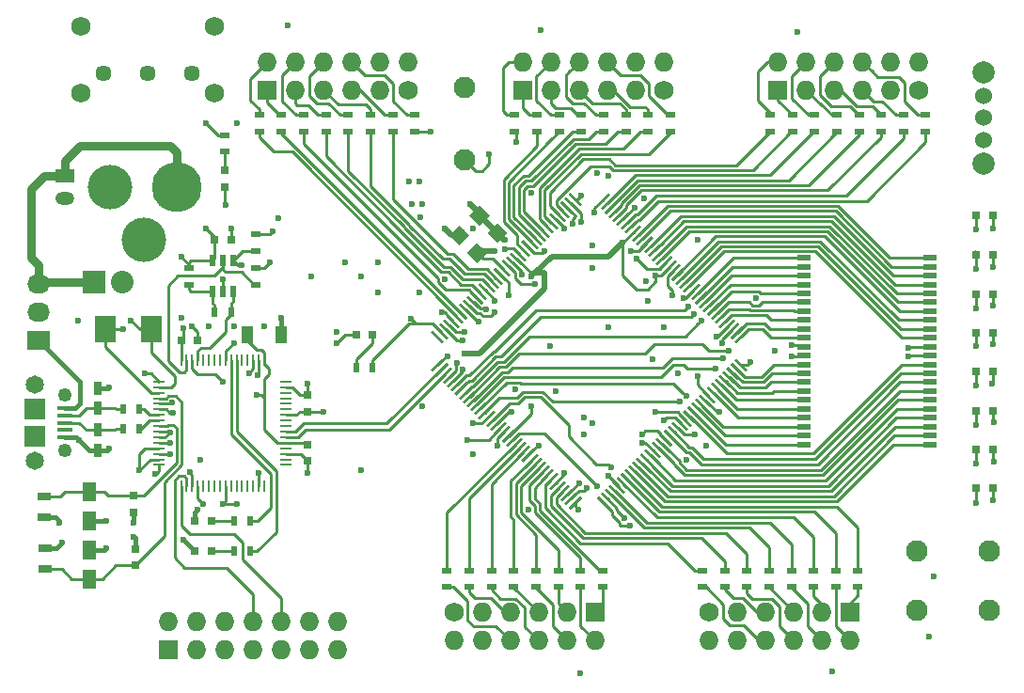
<source format=gtl>
G04 #@! TF.GenerationSoftware,KiCad,Pcbnew,(2017-01-24 revision 0b6147e)-makepkg*
G04 #@! TF.CreationDate,2017-09-23T08:26:01-07:00*
G04 #@! TF.ProjectId,Spartan6Dev,5370617274616E364465762E6B696361,rev?*
G04 #@! TF.FileFunction,Copper,L1,Top,Signal*
G04 #@! TF.FilePolarity,Positive*
%FSLAX46Y46*%
G04 Gerber Fmt 4.6, Leading zero omitted, Abs format (unit mm)*
G04 Created by KiCad (PCBNEW (2017-01-24 revision 0b6147e)-makepkg) date 09/23/17 08:26:01*
%MOMM*%
%LPD*%
G01*
G04 APERTURE LIST*
%ADD10C,0.100000*%
%ADD11C,0.250000*%
%ADD12R,1.727200X1.727200*%
%ADD13O,1.727200X1.727200*%
%ADD14R,1.000000X0.250000*%
%ADD15R,0.250000X1.000000*%
%ADD16R,0.900000X0.500000*%
%ADD17R,0.800000X0.750000*%
%ADD18R,0.750000X0.800000*%
%ADD19R,1.230000X1.800000*%
%ADD20R,1.000000X1.600000*%
%ADD21R,1.300000X0.700000*%
%ADD22R,0.797560X0.797560*%
%ADD23R,2.032000X1.727200*%
%ADD24O,2.032000X1.727200*%
%ADD25R,0.500000X0.900000*%
%ADD26R,1.900000X2.400000*%
%ADD27R,1.348740X0.398780*%
%ADD28R,1.899920X1.899920*%
%ADD29C,1.650000*%
%ADD30C,1.250000*%
%ADD31C,4.000000*%
%ADD32C,4.500000*%
%ADD33R,0.600000X1.100000*%
%ADD34R,1.200000X0.500000*%
%ADD35C,1.240000*%
%ADD36C,1.727200*%
%ADD37R,1.700000X1.200000*%
%ADD38O,1.700000X1.200000*%
%ADD39R,0.760000X1.270000*%
%ADD40R,2.032000X2.032000*%
%ADD41O,2.032000X2.032000*%
%ADD42C,1.524000*%
%ADD43C,2.000000*%
%ADD44C,1.950000*%
%ADD45C,1.450000*%
%ADD46C,1.750000*%
%ADD47C,0.600000*%
%ADD48C,0.254000*%
%ADD49C,0.508000*%
%ADD50C,0.381000*%
%ADD51C,0.250000*%
%ADD52C,0.762000*%
G04 APERTURE END LIST*
D10*
D11*
X97647161Y-107227208D03*
D10*
G36*
X98071425Y-106626167D02*
X98248202Y-106802944D01*
X97222897Y-107828249D01*
X97046120Y-107651472D01*
X98071425Y-106626167D01*
X98071425Y-106626167D01*
G37*
D11*
X97293607Y-106873654D03*
D10*
G36*
X97717871Y-106272613D02*
X97894648Y-106449390D01*
X96869343Y-107474695D01*
X96692566Y-107297918D01*
X97717871Y-106272613D01*
X97717871Y-106272613D01*
G37*
D11*
X96940054Y-106520101D03*
D10*
G36*
X97364318Y-105919060D02*
X97541095Y-106095837D01*
X96515790Y-107121142D01*
X96339013Y-106944365D01*
X97364318Y-105919060D01*
X97364318Y-105919060D01*
G37*
D11*
X96586501Y-106166548D03*
D10*
G36*
X97010765Y-105565507D02*
X97187542Y-105742284D01*
X96162237Y-106767589D01*
X95985460Y-106590812D01*
X97010765Y-105565507D01*
X97010765Y-105565507D01*
G37*
D11*
X96232947Y-105812994D03*
D10*
G36*
X96657211Y-105211953D02*
X96833988Y-105388730D01*
X95808683Y-106414035D01*
X95631906Y-106237258D01*
X96657211Y-105211953D01*
X96657211Y-105211953D01*
G37*
D11*
X95879394Y-105459441D03*
D10*
G36*
X96303658Y-104858400D02*
X96480435Y-105035177D01*
X95455130Y-106060482D01*
X95278353Y-105883705D01*
X96303658Y-104858400D01*
X96303658Y-104858400D01*
G37*
D11*
X95525841Y-105105887D03*
D10*
G36*
X95950105Y-104504846D02*
X96126882Y-104681623D01*
X95101577Y-105706928D01*
X94924800Y-105530151D01*
X95950105Y-104504846D01*
X95950105Y-104504846D01*
G37*
D11*
X95172287Y-104752334D03*
D10*
G36*
X95596551Y-104151293D02*
X95773328Y-104328070D01*
X94748023Y-105353375D01*
X94571246Y-105176598D01*
X95596551Y-104151293D01*
X95596551Y-104151293D01*
G37*
D11*
X94818734Y-104398781D03*
D10*
G36*
X95242998Y-103797740D02*
X95419775Y-103974517D01*
X94394470Y-104999822D01*
X94217693Y-104823045D01*
X95242998Y-103797740D01*
X95242998Y-103797740D01*
G37*
D11*
X94465180Y-104045227D03*
D10*
G36*
X94889444Y-103444186D02*
X95066221Y-103620963D01*
X94040916Y-104646268D01*
X93864139Y-104469491D01*
X94889444Y-103444186D01*
X94889444Y-103444186D01*
G37*
D11*
X94111627Y-103691674D03*
D10*
G36*
X94535891Y-103090633D02*
X94712668Y-103267410D01*
X93687363Y-104292715D01*
X93510586Y-104115938D01*
X94535891Y-103090633D01*
X94535891Y-103090633D01*
G37*
D11*
X93758074Y-103338120D03*
D10*
G36*
X94182338Y-102737079D02*
X94359115Y-102913856D01*
X93333810Y-103939161D01*
X93157033Y-103762384D01*
X94182338Y-102737079D01*
X94182338Y-102737079D01*
G37*
D11*
X93404520Y-102984567D03*
D10*
G36*
X93828784Y-102383526D02*
X94005561Y-102560303D01*
X92980256Y-103585608D01*
X92803479Y-103408831D01*
X93828784Y-102383526D01*
X93828784Y-102383526D01*
G37*
D11*
X93050967Y-102631014D03*
D10*
G36*
X93475231Y-102029973D02*
X93652008Y-102206750D01*
X92626703Y-103232055D01*
X92449926Y-103055278D01*
X93475231Y-102029973D01*
X93475231Y-102029973D01*
G37*
D11*
X92697413Y-102277460D03*
D10*
G36*
X93121677Y-101676419D02*
X93298454Y-101853196D01*
X92273149Y-102878501D01*
X92096372Y-102701724D01*
X93121677Y-101676419D01*
X93121677Y-101676419D01*
G37*
D11*
X92343860Y-101923907D03*
D10*
G36*
X92768124Y-101322866D02*
X92944901Y-101499643D01*
X91919596Y-102524948D01*
X91742819Y-102348171D01*
X92768124Y-101322866D01*
X92768124Y-101322866D01*
G37*
D11*
X91990307Y-101570354D03*
D10*
G36*
X92414571Y-100969313D02*
X92591348Y-101146090D01*
X91566043Y-102171395D01*
X91389266Y-101994618D01*
X92414571Y-100969313D01*
X92414571Y-100969313D01*
G37*
D11*
X91636753Y-101216800D03*
D10*
G36*
X92061017Y-100615759D02*
X92237794Y-100792536D01*
X91212489Y-101817841D01*
X91035712Y-101641064D01*
X92061017Y-100615759D01*
X92061017Y-100615759D01*
G37*
D11*
X91283200Y-100863247D03*
D10*
G36*
X91707464Y-100262206D02*
X91884241Y-100438983D01*
X90858936Y-101464288D01*
X90682159Y-101287511D01*
X91707464Y-100262206D01*
X91707464Y-100262206D01*
G37*
D11*
X90929646Y-100509693D03*
D10*
G36*
X91353910Y-99908652D02*
X91530687Y-100085429D01*
X90505382Y-101110734D01*
X90328605Y-100933957D01*
X91353910Y-99908652D01*
X91353910Y-99908652D01*
G37*
D11*
X90576093Y-100156140D03*
D10*
G36*
X91000357Y-99555099D02*
X91177134Y-99731876D01*
X90151829Y-100757181D01*
X89975052Y-100580404D01*
X91000357Y-99555099D01*
X91000357Y-99555099D01*
G37*
D11*
X90222540Y-99802587D03*
D10*
G36*
X90646804Y-99201546D02*
X90823581Y-99378323D01*
X89798276Y-100403628D01*
X89621499Y-100226851D01*
X90646804Y-99201546D01*
X90646804Y-99201546D01*
G37*
D11*
X89868986Y-99449033D03*
D10*
G36*
X90293250Y-98847992D02*
X90470027Y-99024769D01*
X89444722Y-100050074D01*
X89267945Y-99873297D01*
X90293250Y-98847992D01*
X90293250Y-98847992D01*
G37*
D11*
X89515433Y-99095480D03*
D10*
G36*
X89939697Y-98494439D02*
X90116474Y-98671216D01*
X89091169Y-99696521D01*
X88914392Y-99519744D01*
X89939697Y-98494439D01*
X89939697Y-98494439D01*
G37*
D11*
X89161880Y-98741926D03*
D10*
G36*
X89586144Y-98140885D02*
X89762921Y-98317662D01*
X88737616Y-99342967D01*
X88560839Y-99166190D01*
X89586144Y-98140885D01*
X89586144Y-98140885D01*
G37*
D11*
X88808326Y-98388373D03*
D10*
G36*
X89232590Y-97787332D02*
X89409367Y-97964109D01*
X88384062Y-98989414D01*
X88207285Y-98812637D01*
X89232590Y-97787332D01*
X89232590Y-97787332D01*
G37*
D11*
X88454773Y-98034820D03*
D10*
G36*
X88879037Y-97433779D02*
X89055814Y-97610556D01*
X88030509Y-98635861D01*
X87853732Y-98459084D01*
X88879037Y-97433779D01*
X88879037Y-97433779D01*
G37*
D11*
X88101219Y-97681266D03*
D10*
G36*
X88525483Y-97080225D02*
X88702260Y-97257002D01*
X87676955Y-98282307D01*
X87500178Y-98105530D01*
X88525483Y-97080225D01*
X88525483Y-97080225D01*
G37*
D11*
X87747666Y-97327713D03*
D10*
G36*
X88171930Y-96726672D02*
X88348707Y-96903449D01*
X87323402Y-97928754D01*
X87146625Y-97751977D01*
X88171930Y-96726672D01*
X88171930Y-96726672D01*
G37*
D11*
X87394113Y-96974159D03*
D10*
G36*
X87818377Y-96373118D02*
X87995154Y-96549895D01*
X86969849Y-97575200D01*
X86793072Y-97398423D01*
X87818377Y-96373118D01*
X87818377Y-96373118D01*
G37*
D11*
X87040559Y-96620606D03*
D10*
G36*
X87464823Y-96019565D02*
X87641600Y-96196342D01*
X86616295Y-97221647D01*
X86439518Y-97044870D01*
X87464823Y-96019565D01*
X87464823Y-96019565D01*
G37*
D11*
X86687006Y-96267053D03*
D10*
G36*
X87111270Y-95666012D02*
X87288047Y-95842789D01*
X86262742Y-96868094D01*
X86085965Y-96691317D01*
X87111270Y-95666012D01*
X87111270Y-95666012D01*
G37*
D11*
X86333452Y-95913499D03*
D10*
G36*
X86757716Y-95312458D02*
X86934493Y-95489235D01*
X85909188Y-96514540D01*
X85732411Y-96337763D01*
X86757716Y-95312458D01*
X86757716Y-95312458D01*
G37*
D11*
X85979899Y-95559946D03*
D10*
G36*
X86404163Y-94958905D02*
X86580940Y-95135682D01*
X85555635Y-96160987D01*
X85378858Y-95984210D01*
X86404163Y-94958905D01*
X86404163Y-94958905D01*
G37*
D11*
X85626346Y-95206393D03*
D10*
G36*
X86050610Y-94605352D02*
X86227387Y-94782129D01*
X85202082Y-95807434D01*
X85025305Y-95630657D01*
X86050610Y-94605352D01*
X86050610Y-94605352D01*
G37*
D11*
X85272792Y-94852839D03*
D10*
G36*
X85697056Y-94251798D02*
X85873833Y-94428575D01*
X84848528Y-95453880D01*
X84671751Y-95277103D01*
X85697056Y-94251798D01*
X85697056Y-94251798D01*
G37*
D11*
X82727208Y-94852839D03*
D10*
G36*
X82126167Y-94428575D02*
X82302944Y-94251798D01*
X83328249Y-95277103D01*
X83151472Y-95453880D01*
X82126167Y-94428575D01*
X82126167Y-94428575D01*
G37*
D11*
X82373654Y-95206393D03*
D10*
G36*
X81772613Y-94782129D02*
X81949390Y-94605352D01*
X82974695Y-95630657D01*
X82797918Y-95807434D01*
X81772613Y-94782129D01*
X81772613Y-94782129D01*
G37*
D11*
X82020101Y-95559946D03*
D10*
G36*
X81419060Y-95135682D02*
X81595837Y-94958905D01*
X82621142Y-95984210D01*
X82444365Y-96160987D01*
X81419060Y-95135682D01*
X81419060Y-95135682D01*
G37*
D11*
X81666548Y-95913499D03*
D10*
G36*
X81065507Y-95489235D02*
X81242284Y-95312458D01*
X82267589Y-96337763D01*
X82090812Y-96514540D01*
X81065507Y-95489235D01*
X81065507Y-95489235D01*
G37*
D11*
X81312994Y-96267053D03*
D10*
G36*
X80711953Y-95842789D02*
X80888730Y-95666012D01*
X81914035Y-96691317D01*
X81737258Y-96868094D01*
X80711953Y-95842789D01*
X80711953Y-95842789D01*
G37*
D11*
X80959441Y-96620606D03*
D10*
G36*
X80358400Y-96196342D02*
X80535177Y-96019565D01*
X81560482Y-97044870D01*
X81383705Y-97221647D01*
X80358400Y-96196342D01*
X80358400Y-96196342D01*
G37*
D11*
X80605887Y-96974159D03*
D10*
G36*
X80004846Y-96549895D02*
X80181623Y-96373118D01*
X81206928Y-97398423D01*
X81030151Y-97575200D01*
X80004846Y-96549895D01*
X80004846Y-96549895D01*
G37*
D11*
X80252334Y-97327713D03*
D10*
G36*
X79651293Y-96903449D02*
X79828070Y-96726672D01*
X80853375Y-97751977D01*
X80676598Y-97928754D01*
X79651293Y-96903449D01*
X79651293Y-96903449D01*
G37*
D11*
X79898781Y-97681266D03*
D10*
G36*
X79297740Y-97257002D02*
X79474517Y-97080225D01*
X80499822Y-98105530D01*
X80323045Y-98282307D01*
X79297740Y-97257002D01*
X79297740Y-97257002D01*
G37*
D11*
X79545227Y-98034820D03*
D10*
G36*
X78944186Y-97610556D02*
X79120963Y-97433779D01*
X80146268Y-98459084D01*
X79969491Y-98635861D01*
X78944186Y-97610556D01*
X78944186Y-97610556D01*
G37*
D11*
X79191674Y-98388373D03*
D10*
G36*
X78590633Y-97964109D02*
X78767410Y-97787332D01*
X79792715Y-98812637D01*
X79615938Y-98989414D01*
X78590633Y-97964109D01*
X78590633Y-97964109D01*
G37*
D11*
X78838120Y-98741926D03*
D10*
G36*
X78237079Y-98317662D02*
X78413856Y-98140885D01*
X79439161Y-99166190D01*
X79262384Y-99342967D01*
X78237079Y-98317662D01*
X78237079Y-98317662D01*
G37*
D11*
X78484567Y-99095480D03*
D10*
G36*
X77883526Y-98671216D02*
X78060303Y-98494439D01*
X79085608Y-99519744D01*
X78908831Y-99696521D01*
X77883526Y-98671216D01*
X77883526Y-98671216D01*
G37*
D11*
X78131014Y-99449033D03*
D10*
G36*
X77529973Y-99024769D02*
X77706750Y-98847992D01*
X78732055Y-99873297D01*
X78555278Y-100050074D01*
X77529973Y-99024769D01*
X77529973Y-99024769D01*
G37*
D11*
X77777460Y-99802587D03*
D10*
G36*
X77176419Y-99378323D02*
X77353196Y-99201546D01*
X78378501Y-100226851D01*
X78201724Y-100403628D01*
X77176419Y-99378323D01*
X77176419Y-99378323D01*
G37*
D11*
X77423907Y-100156140D03*
D10*
G36*
X76822866Y-99731876D02*
X76999643Y-99555099D01*
X78024948Y-100580404D01*
X77848171Y-100757181D01*
X76822866Y-99731876D01*
X76822866Y-99731876D01*
G37*
D11*
X77070354Y-100509693D03*
D10*
G36*
X76469313Y-100085429D02*
X76646090Y-99908652D01*
X77671395Y-100933957D01*
X77494618Y-101110734D01*
X76469313Y-100085429D01*
X76469313Y-100085429D01*
G37*
D11*
X76716800Y-100863247D03*
D10*
G36*
X76115759Y-100438983D02*
X76292536Y-100262206D01*
X77317841Y-101287511D01*
X77141064Y-101464288D01*
X76115759Y-100438983D01*
X76115759Y-100438983D01*
G37*
D11*
X76363247Y-101216800D03*
D10*
G36*
X75762206Y-100792536D02*
X75938983Y-100615759D01*
X76964288Y-101641064D01*
X76787511Y-101817841D01*
X75762206Y-100792536D01*
X75762206Y-100792536D01*
G37*
D11*
X76009693Y-101570354D03*
D10*
G36*
X75408652Y-101146090D02*
X75585429Y-100969313D01*
X76610734Y-101994618D01*
X76433957Y-102171395D01*
X75408652Y-101146090D01*
X75408652Y-101146090D01*
G37*
D11*
X75656140Y-101923907D03*
D10*
G36*
X75055099Y-101499643D02*
X75231876Y-101322866D01*
X76257181Y-102348171D01*
X76080404Y-102524948D01*
X75055099Y-101499643D01*
X75055099Y-101499643D01*
G37*
D11*
X75302587Y-102277460D03*
D10*
G36*
X74701546Y-101853196D02*
X74878323Y-101676419D01*
X75903628Y-102701724D01*
X75726851Y-102878501D01*
X74701546Y-101853196D01*
X74701546Y-101853196D01*
G37*
D11*
X74949033Y-102631014D03*
D10*
G36*
X74347992Y-102206750D02*
X74524769Y-102029973D01*
X75550074Y-103055278D01*
X75373297Y-103232055D01*
X74347992Y-102206750D01*
X74347992Y-102206750D01*
G37*
D11*
X74595480Y-102984567D03*
D10*
G36*
X73994439Y-102560303D02*
X74171216Y-102383526D01*
X75196521Y-103408831D01*
X75019744Y-103585608D01*
X73994439Y-102560303D01*
X73994439Y-102560303D01*
G37*
D11*
X74241926Y-103338120D03*
D10*
G36*
X73640885Y-102913856D02*
X73817662Y-102737079D01*
X74842967Y-103762384D01*
X74666190Y-103939161D01*
X73640885Y-102913856D01*
X73640885Y-102913856D01*
G37*
D11*
X73888373Y-103691674D03*
D10*
G36*
X73287332Y-103267410D02*
X73464109Y-103090633D01*
X74489414Y-104115938D01*
X74312637Y-104292715D01*
X73287332Y-103267410D01*
X73287332Y-103267410D01*
G37*
D11*
X73534820Y-104045227D03*
D10*
G36*
X72933779Y-103620963D02*
X73110556Y-103444186D01*
X74135861Y-104469491D01*
X73959084Y-104646268D01*
X72933779Y-103620963D01*
X72933779Y-103620963D01*
G37*
D11*
X73181266Y-104398781D03*
D10*
G36*
X72580225Y-103974517D02*
X72757002Y-103797740D01*
X73782307Y-104823045D01*
X73605530Y-104999822D01*
X72580225Y-103974517D01*
X72580225Y-103974517D01*
G37*
D11*
X72827713Y-104752334D03*
D10*
G36*
X72226672Y-104328070D02*
X72403449Y-104151293D01*
X73428754Y-105176598D01*
X73251977Y-105353375D01*
X72226672Y-104328070D01*
X72226672Y-104328070D01*
G37*
D11*
X72474159Y-105105887D03*
D10*
G36*
X71873118Y-104681623D02*
X72049895Y-104504846D01*
X73075200Y-105530151D01*
X72898423Y-105706928D01*
X71873118Y-104681623D01*
X71873118Y-104681623D01*
G37*
D11*
X72120606Y-105459441D03*
D10*
G36*
X71519565Y-105035177D02*
X71696342Y-104858400D01*
X72721647Y-105883705D01*
X72544870Y-106060482D01*
X71519565Y-105035177D01*
X71519565Y-105035177D01*
G37*
D11*
X71767053Y-105812994D03*
D10*
G36*
X71166012Y-105388730D02*
X71342789Y-105211953D01*
X72368094Y-106237258D01*
X72191317Y-106414035D01*
X71166012Y-105388730D01*
X71166012Y-105388730D01*
G37*
D11*
X71413499Y-106166548D03*
D10*
G36*
X70812458Y-105742284D02*
X70989235Y-105565507D01*
X72014540Y-106590812D01*
X71837763Y-106767589D01*
X70812458Y-105742284D01*
X70812458Y-105742284D01*
G37*
D11*
X71059946Y-106520101D03*
D10*
G36*
X70458905Y-106095837D02*
X70635682Y-105919060D01*
X71660987Y-106944365D01*
X71484210Y-107121142D01*
X70458905Y-106095837D01*
X70458905Y-106095837D01*
G37*
D11*
X70706393Y-106873654D03*
D10*
G36*
X70105352Y-106449390D02*
X70282129Y-106272613D01*
X71307434Y-107297918D01*
X71130657Y-107474695D01*
X70105352Y-106449390D01*
X70105352Y-106449390D01*
G37*
D11*
X70352839Y-107227208D03*
D10*
G36*
X69751798Y-106802944D02*
X69928575Y-106626167D01*
X70953880Y-107651472D01*
X70777103Y-107828249D01*
X69751798Y-106802944D01*
X69751798Y-106802944D01*
G37*
D11*
X70352839Y-109772792D03*
D10*
G36*
X70777103Y-109171751D02*
X70953880Y-109348528D01*
X69928575Y-110373833D01*
X69751798Y-110197056D01*
X70777103Y-109171751D01*
X70777103Y-109171751D01*
G37*
D11*
X70706393Y-110126346D03*
D10*
G36*
X71130657Y-109525305D02*
X71307434Y-109702082D01*
X70282129Y-110727387D01*
X70105352Y-110550610D01*
X71130657Y-109525305D01*
X71130657Y-109525305D01*
G37*
D11*
X71059946Y-110479899D03*
D10*
G36*
X71484210Y-109878858D02*
X71660987Y-110055635D01*
X70635682Y-111080940D01*
X70458905Y-110904163D01*
X71484210Y-109878858D01*
X71484210Y-109878858D01*
G37*
D11*
X71413499Y-110833452D03*
D10*
G36*
X71837763Y-110232411D02*
X72014540Y-110409188D01*
X70989235Y-111434493D01*
X70812458Y-111257716D01*
X71837763Y-110232411D01*
X71837763Y-110232411D01*
G37*
D11*
X71767053Y-111187006D03*
D10*
G36*
X72191317Y-110585965D02*
X72368094Y-110762742D01*
X71342789Y-111788047D01*
X71166012Y-111611270D01*
X72191317Y-110585965D01*
X72191317Y-110585965D01*
G37*
D11*
X72120606Y-111540559D03*
D10*
G36*
X72544870Y-110939518D02*
X72721647Y-111116295D01*
X71696342Y-112141600D01*
X71519565Y-111964823D01*
X72544870Y-110939518D01*
X72544870Y-110939518D01*
G37*
D11*
X72474159Y-111894113D03*
D10*
G36*
X72898423Y-111293072D02*
X73075200Y-111469849D01*
X72049895Y-112495154D01*
X71873118Y-112318377D01*
X72898423Y-111293072D01*
X72898423Y-111293072D01*
G37*
D11*
X72827713Y-112247666D03*
D10*
G36*
X73251977Y-111646625D02*
X73428754Y-111823402D01*
X72403449Y-112848707D01*
X72226672Y-112671930D01*
X73251977Y-111646625D01*
X73251977Y-111646625D01*
G37*
D11*
X73181266Y-112601219D03*
D10*
G36*
X73605530Y-112000178D02*
X73782307Y-112176955D01*
X72757002Y-113202260D01*
X72580225Y-113025483D01*
X73605530Y-112000178D01*
X73605530Y-112000178D01*
G37*
D11*
X73534820Y-112954773D03*
D10*
G36*
X73959084Y-112353732D02*
X74135861Y-112530509D01*
X73110556Y-113555814D01*
X72933779Y-113379037D01*
X73959084Y-112353732D01*
X73959084Y-112353732D01*
G37*
D11*
X73888373Y-113308326D03*
D10*
G36*
X74312637Y-112707285D02*
X74489414Y-112884062D01*
X73464109Y-113909367D01*
X73287332Y-113732590D01*
X74312637Y-112707285D01*
X74312637Y-112707285D01*
G37*
D11*
X74241926Y-113661880D03*
D10*
G36*
X74666190Y-113060839D02*
X74842967Y-113237616D01*
X73817662Y-114262921D01*
X73640885Y-114086144D01*
X74666190Y-113060839D01*
X74666190Y-113060839D01*
G37*
D11*
X74595480Y-114015433D03*
D10*
G36*
X75019744Y-113414392D02*
X75196521Y-113591169D01*
X74171216Y-114616474D01*
X73994439Y-114439697D01*
X75019744Y-113414392D01*
X75019744Y-113414392D01*
G37*
D11*
X74949033Y-114368986D03*
D10*
G36*
X75373297Y-113767945D02*
X75550074Y-113944722D01*
X74524769Y-114970027D01*
X74347992Y-114793250D01*
X75373297Y-113767945D01*
X75373297Y-113767945D01*
G37*
D11*
X75302587Y-114722540D03*
D10*
G36*
X75726851Y-114121499D02*
X75903628Y-114298276D01*
X74878323Y-115323581D01*
X74701546Y-115146804D01*
X75726851Y-114121499D01*
X75726851Y-114121499D01*
G37*
D11*
X75656140Y-115076093D03*
D10*
G36*
X76080404Y-114475052D02*
X76257181Y-114651829D01*
X75231876Y-115677134D01*
X75055099Y-115500357D01*
X76080404Y-114475052D01*
X76080404Y-114475052D01*
G37*
D11*
X76009693Y-115429646D03*
D10*
G36*
X76433957Y-114828605D02*
X76610734Y-115005382D01*
X75585429Y-116030687D01*
X75408652Y-115853910D01*
X76433957Y-114828605D01*
X76433957Y-114828605D01*
G37*
D11*
X76363247Y-115783200D03*
D10*
G36*
X76787511Y-115182159D02*
X76964288Y-115358936D01*
X75938983Y-116384241D01*
X75762206Y-116207464D01*
X76787511Y-115182159D01*
X76787511Y-115182159D01*
G37*
D11*
X76716800Y-116136753D03*
D10*
G36*
X77141064Y-115535712D02*
X77317841Y-115712489D01*
X76292536Y-116737794D01*
X76115759Y-116561017D01*
X77141064Y-115535712D01*
X77141064Y-115535712D01*
G37*
D11*
X77070354Y-116490307D03*
D10*
G36*
X77494618Y-115889266D02*
X77671395Y-116066043D01*
X76646090Y-117091348D01*
X76469313Y-116914571D01*
X77494618Y-115889266D01*
X77494618Y-115889266D01*
G37*
D11*
X77423907Y-116843860D03*
D10*
G36*
X77848171Y-116242819D02*
X78024948Y-116419596D01*
X76999643Y-117444901D01*
X76822866Y-117268124D01*
X77848171Y-116242819D01*
X77848171Y-116242819D01*
G37*
D11*
X77777460Y-117197413D03*
D10*
G36*
X78201724Y-116596372D02*
X78378501Y-116773149D01*
X77353196Y-117798454D01*
X77176419Y-117621677D01*
X78201724Y-116596372D01*
X78201724Y-116596372D01*
G37*
D11*
X78131014Y-117550967D03*
D10*
G36*
X78555278Y-116949926D02*
X78732055Y-117126703D01*
X77706750Y-118152008D01*
X77529973Y-117975231D01*
X78555278Y-116949926D01*
X78555278Y-116949926D01*
G37*
D11*
X78484567Y-117904520D03*
D10*
G36*
X78908831Y-117303479D02*
X79085608Y-117480256D01*
X78060303Y-118505561D01*
X77883526Y-118328784D01*
X78908831Y-117303479D01*
X78908831Y-117303479D01*
G37*
D11*
X78838120Y-118258074D03*
D10*
G36*
X79262384Y-117657033D02*
X79439161Y-117833810D01*
X78413856Y-118859115D01*
X78237079Y-118682338D01*
X79262384Y-117657033D01*
X79262384Y-117657033D01*
G37*
D11*
X79191674Y-118611627D03*
D10*
G36*
X79615938Y-118010586D02*
X79792715Y-118187363D01*
X78767410Y-119212668D01*
X78590633Y-119035891D01*
X79615938Y-118010586D01*
X79615938Y-118010586D01*
G37*
D11*
X79545227Y-118965180D03*
D10*
G36*
X79969491Y-118364139D02*
X80146268Y-118540916D01*
X79120963Y-119566221D01*
X78944186Y-119389444D01*
X79969491Y-118364139D01*
X79969491Y-118364139D01*
G37*
D11*
X79898781Y-119318734D03*
D10*
G36*
X80323045Y-118717693D02*
X80499822Y-118894470D01*
X79474517Y-119919775D01*
X79297740Y-119742998D01*
X80323045Y-118717693D01*
X80323045Y-118717693D01*
G37*
D11*
X80252334Y-119672287D03*
D10*
G36*
X80676598Y-119071246D02*
X80853375Y-119248023D01*
X79828070Y-120273328D01*
X79651293Y-120096551D01*
X80676598Y-119071246D01*
X80676598Y-119071246D01*
G37*
D11*
X80605887Y-120025841D03*
D10*
G36*
X81030151Y-119424800D02*
X81206928Y-119601577D01*
X80181623Y-120626882D01*
X80004846Y-120450105D01*
X81030151Y-119424800D01*
X81030151Y-119424800D01*
G37*
D11*
X80959441Y-120379394D03*
D10*
G36*
X81383705Y-119778353D02*
X81560482Y-119955130D01*
X80535177Y-120980435D01*
X80358400Y-120803658D01*
X81383705Y-119778353D01*
X81383705Y-119778353D01*
G37*
D11*
X81312994Y-120732947D03*
D10*
G36*
X81737258Y-120131906D02*
X81914035Y-120308683D01*
X80888730Y-121333988D01*
X80711953Y-121157211D01*
X81737258Y-120131906D01*
X81737258Y-120131906D01*
G37*
D11*
X81666548Y-121086501D03*
D10*
G36*
X82090812Y-120485460D02*
X82267589Y-120662237D01*
X81242284Y-121687542D01*
X81065507Y-121510765D01*
X82090812Y-120485460D01*
X82090812Y-120485460D01*
G37*
D11*
X82020101Y-121440054D03*
D10*
G36*
X82444365Y-120839013D02*
X82621142Y-121015790D01*
X81595837Y-122041095D01*
X81419060Y-121864318D01*
X82444365Y-120839013D01*
X82444365Y-120839013D01*
G37*
D11*
X82373654Y-121793607D03*
D10*
G36*
X82797918Y-121192566D02*
X82974695Y-121369343D01*
X81949390Y-122394648D01*
X81772613Y-122217871D01*
X82797918Y-121192566D01*
X82797918Y-121192566D01*
G37*
D11*
X82727208Y-122147161D03*
D10*
G36*
X83151472Y-121546120D02*
X83328249Y-121722897D01*
X82302944Y-122748202D01*
X82126167Y-122571425D01*
X83151472Y-121546120D01*
X83151472Y-121546120D01*
G37*
D11*
X85272792Y-122147161D03*
D10*
G36*
X84671751Y-121722897D02*
X84848528Y-121546120D01*
X85873833Y-122571425D01*
X85697056Y-122748202D01*
X84671751Y-121722897D01*
X84671751Y-121722897D01*
G37*
D11*
X85626346Y-121793607D03*
D10*
G36*
X85025305Y-121369343D02*
X85202082Y-121192566D01*
X86227387Y-122217871D01*
X86050610Y-122394648D01*
X85025305Y-121369343D01*
X85025305Y-121369343D01*
G37*
D11*
X85979899Y-121440054D03*
D10*
G36*
X85378858Y-121015790D02*
X85555635Y-120839013D01*
X86580940Y-121864318D01*
X86404163Y-122041095D01*
X85378858Y-121015790D01*
X85378858Y-121015790D01*
G37*
D11*
X86333452Y-121086501D03*
D10*
G36*
X85732411Y-120662237D02*
X85909188Y-120485460D01*
X86934493Y-121510765D01*
X86757716Y-121687542D01*
X85732411Y-120662237D01*
X85732411Y-120662237D01*
G37*
D11*
X86687006Y-120732947D03*
D10*
G36*
X86085965Y-120308683D02*
X86262742Y-120131906D01*
X87288047Y-121157211D01*
X87111270Y-121333988D01*
X86085965Y-120308683D01*
X86085965Y-120308683D01*
G37*
D11*
X87040559Y-120379394D03*
D10*
G36*
X86439518Y-119955130D02*
X86616295Y-119778353D01*
X87641600Y-120803658D01*
X87464823Y-120980435D01*
X86439518Y-119955130D01*
X86439518Y-119955130D01*
G37*
D11*
X87394113Y-120025841D03*
D10*
G36*
X86793072Y-119601577D02*
X86969849Y-119424800D01*
X87995154Y-120450105D01*
X87818377Y-120626882D01*
X86793072Y-119601577D01*
X86793072Y-119601577D01*
G37*
D11*
X87747666Y-119672287D03*
D10*
G36*
X87146625Y-119248023D02*
X87323402Y-119071246D01*
X88348707Y-120096551D01*
X88171930Y-120273328D01*
X87146625Y-119248023D01*
X87146625Y-119248023D01*
G37*
D11*
X88101219Y-119318734D03*
D10*
G36*
X87500178Y-118894470D02*
X87676955Y-118717693D01*
X88702260Y-119742998D01*
X88525483Y-119919775D01*
X87500178Y-118894470D01*
X87500178Y-118894470D01*
G37*
D11*
X88454773Y-118965180D03*
D10*
G36*
X87853732Y-118540916D02*
X88030509Y-118364139D01*
X89055814Y-119389444D01*
X88879037Y-119566221D01*
X87853732Y-118540916D01*
X87853732Y-118540916D01*
G37*
D11*
X88808326Y-118611627D03*
D10*
G36*
X88207285Y-118187363D02*
X88384062Y-118010586D01*
X89409367Y-119035891D01*
X89232590Y-119212668D01*
X88207285Y-118187363D01*
X88207285Y-118187363D01*
G37*
D11*
X89161880Y-118258074D03*
D10*
G36*
X88560839Y-117833810D02*
X88737616Y-117657033D01*
X89762921Y-118682338D01*
X89586144Y-118859115D01*
X88560839Y-117833810D01*
X88560839Y-117833810D01*
G37*
D11*
X89515433Y-117904520D03*
D10*
G36*
X88914392Y-117480256D02*
X89091169Y-117303479D01*
X90116474Y-118328784D01*
X89939697Y-118505561D01*
X88914392Y-117480256D01*
X88914392Y-117480256D01*
G37*
D11*
X89868986Y-117550967D03*
D10*
G36*
X89267945Y-117126703D02*
X89444722Y-116949926D01*
X90470027Y-117975231D01*
X90293250Y-118152008D01*
X89267945Y-117126703D01*
X89267945Y-117126703D01*
G37*
D11*
X90222540Y-117197413D03*
D10*
G36*
X89621499Y-116773149D02*
X89798276Y-116596372D01*
X90823581Y-117621677D01*
X90646804Y-117798454D01*
X89621499Y-116773149D01*
X89621499Y-116773149D01*
G37*
D11*
X90576093Y-116843860D03*
D10*
G36*
X89975052Y-116419596D02*
X90151829Y-116242819D01*
X91177134Y-117268124D01*
X91000357Y-117444901D01*
X89975052Y-116419596D01*
X89975052Y-116419596D01*
G37*
D11*
X90929646Y-116490307D03*
D10*
G36*
X90328605Y-116066043D02*
X90505382Y-115889266D01*
X91530687Y-116914571D01*
X91353910Y-117091348D01*
X90328605Y-116066043D01*
X90328605Y-116066043D01*
G37*
D11*
X91283200Y-116136753D03*
D10*
G36*
X90682159Y-115712489D02*
X90858936Y-115535712D01*
X91884241Y-116561017D01*
X91707464Y-116737794D01*
X90682159Y-115712489D01*
X90682159Y-115712489D01*
G37*
D11*
X91636753Y-115783200D03*
D10*
G36*
X91035712Y-115358936D02*
X91212489Y-115182159D01*
X92237794Y-116207464D01*
X92061017Y-116384241D01*
X91035712Y-115358936D01*
X91035712Y-115358936D01*
G37*
D11*
X91990307Y-115429646D03*
D10*
G36*
X91389266Y-115005382D02*
X91566043Y-114828605D01*
X92591348Y-115853910D01*
X92414571Y-116030687D01*
X91389266Y-115005382D01*
X91389266Y-115005382D01*
G37*
D11*
X92343860Y-115076093D03*
D10*
G36*
X91742819Y-114651829D02*
X91919596Y-114475052D01*
X92944901Y-115500357D01*
X92768124Y-115677134D01*
X91742819Y-114651829D01*
X91742819Y-114651829D01*
G37*
D11*
X92697413Y-114722540D03*
D10*
G36*
X92096372Y-114298276D02*
X92273149Y-114121499D01*
X93298454Y-115146804D01*
X93121677Y-115323581D01*
X92096372Y-114298276D01*
X92096372Y-114298276D01*
G37*
D11*
X93050967Y-114368986D03*
D10*
G36*
X92449926Y-113944722D02*
X92626703Y-113767945D01*
X93652008Y-114793250D01*
X93475231Y-114970027D01*
X92449926Y-113944722D01*
X92449926Y-113944722D01*
G37*
D11*
X93404520Y-114015433D03*
D10*
G36*
X92803479Y-113591169D02*
X92980256Y-113414392D01*
X94005561Y-114439697D01*
X93828784Y-114616474D01*
X92803479Y-113591169D01*
X92803479Y-113591169D01*
G37*
D11*
X93758074Y-113661880D03*
D10*
G36*
X93157033Y-113237616D02*
X93333810Y-113060839D01*
X94359115Y-114086144D01*
X94182338Y-114262921D01*
X93157033Y-113237616D01*
X93157033Y-113237616D01*
G37*
D11*
X94111627Y-113308326D03*
D10*
G36*
X93510586Y-112884062D02*
X93687363Y-112707285D01*
X94712668Y-113732590D01*
X94535891Y-113909367D01*
X93510586Y-112884062D01*
X93510586Y-112884062D01*
G37*
D11*
X94465180Y-112954773D03*
D10*
G36*
X93864139Y-112530509D02*
X94040916Y-112353732D01*
X95066221Y-113379037D01*
X94889444Y-113555814D01*
X93864139Y-112530509D01*
X93864139Y-112530509D01*
G37*
D11*
X94818734Y-112601219D03*
D10*
G36*
X94217693Y-112176955D02*
X94394470Y-112000178D01*
X95419775Y-113025483D01*
X95242998Y-113202260D01*
X94217693Y-112176955D01*
X94217693Y-112176955D01*
G37*
D11*
X95172287Y-112247666D03*
D10*
G36*
X94571246Y-111823402D02*
X94748023Y-111646625D01*
X95773328Y-112671930D01*
X95596551Y-112848707D01*
X94571246Y-111823402D01*
X94571246Y-111823402D01*
G37*
D11*
X95525841Y-111894113D03*
D10*
G36*
X94924800Y-111469849D02*
X95101577Y-111293072D01*
X96126882Y-112318377D01*
X95950105Y-112495154D01*
X94924800Y-111469849D01*
X94924800Y-111469849D01*
G37*
D11*
X95879394Y-111540559D03*
D10*
G36*
X95278353Y-111116295D02*
X95455130Y-110939518D01*
X96480435Y-111964823D01*
X96303658Y-112141600D01*
X95278353Y-111116295D01*
X95278353Y-111116295D01*
G37*
D11*
X96232947Y-111187006D03*
D10*
G36*
X95631906Y-110762742D02*
X95808683Y-110585965D01*
X96833988Y-111611270D01*
X96657211Y-111788047D01*
X95631906Y-110762742D01*
X95631906Y-110762742D01*
G37*
D11*
X96586501Y-110833452D03*
D10*
G36*
X95985460Y-110409188D02*
X96162237Y-110232411D01*
X97187542Y-111257716D01*
X97010765Y-111434493D01*
X95985460Y-110409188D01*
X95985460Y-110409188D01*
G37*
D11*
X96940054Y-110479899D03*
D10*
G36*
X96339013Y-110055635D02*
X96515790Y-109878858D01*
X97541095Y-110904163D01*
X97364318Y-111080940D01*
X96339013Y-110055635D01*
X96339013Y-110055635D01*
G37*
D11*
X97293607Y-110126346D03*
D10*
G36*
X96692566Y-109702082D02*
X96869343Y-109525305D01*
X97894648Y-110550610D01*
X97717871Y-110727387D01*
X96692566Y-109702082D01*
X96692566Y-109702082D01*
G37*
D11*
X97647161Y-109772792D03*
D10*
G36*
X97046120Y-109348528D02*
X97222897Y-109171751D01*
X98248202Y-110197056D01*
X98071425Y-110373833D01*
X97046120Y-109348528D01*
X97046120Y-109348528D01*
G37*
D12*
X46140000Y-135390000D03*
D13*
X46140000Y-132850000D03*
X48680000Y-135390000D03*
X48680000Y-132850000D03*
X51220000Y-135390000D03*
X51220000Y-132850000D03*
X53760000Y-135390000D03*
X53760000Y-132850000D03*
X56300000Y-135390000D03*
X56300000Y-132850000D03*
X58840000Y-135390000D03*
X58840000Y-132850000D03*
X61380000Y-135390000D03*
X61380000Y-132850000D03*
D14*
X45300000Y-111250000D03*
X45300000Y-111750000D03*
X45300000Y-112250000D03*
X45300000Y-112750000D03*
X45300000Y-113250000D03*
X45300000Y-113750000D03*
X45300000Y-114250000D03*
X45300000Y-114750000D03*
X45300000Y-115250000D03*
X45300000Y-115750000D03*
X45300000Y-116250000D03*
X45300000Y-116750000D03*
X45300000Y-117250000D03*
X45300000Y-117750000D03*
X45300000Y-118250000D03*
X45300000Y-118750000D03*
D15*
X47250000Y-120700000D03*
X47750000Y-120700000D03*
X48250000Y-120700000D03*
X48750000Y-120700000D03*
X49250000Y-120700000D03*
X49750000Y-120700000D03*
X50250000Y-120700000D03*
X50750000Y-120700000D03*
X51250000Y-120700000D03*
X51750000Y-120700000D03*
X52250000Y-120700000D03*
X52750000Y-120700000D03*
X53250000Y-120700000D03*
X53750000Y-120700000D03*
X54250000Y-120700000D03*
X54750000Y-120700000D03*
D14*
X56700000Y-118750000D03*
X56700000Y-118250000D03*
X56700000Y-117750000D03*
X56700000Y-117250000D03*
X56700000Y-116750000D03*
X56700000Y-116250000D03*
X56700000Y-115750000D03*
X56700000Y-115250000D03*
X56700000Y-114750000D03*
X56700000Y-114250000D03*
X56700000Y-113750000D03*
X56700000Y-113250000D03*
X56700000Y-112750000D03*
X56700000Y-112250000D03*
X56700000Y-111750000D03*
X56700000Y-111250000D03*
D15*
X54750000Y-109300000D03*
X54250000Y-109300000D03*
X53750000Y-109300000D03*
X53250000Y-109300000D03*
X52750000Y-109300000D03*
X52250000Y-109300000D03*
X51750000Y-109300000D03*
X51250000Y-109300000D03*
X50750000Y-109300000D03*
X50250000Y-109300000D03*
X49750000Y-109300000D03*
X49250000Y-109300000D03*
X48750000Y-109300000D03*
X48250000Y-109300000D03*
X47750000Y-109300000D03*
X47250000Y-109300000D03*
D16*
X51200000Y-89050000D03*
X51200000Y-90550000D03*
D17*
X51750000Y-98500000D03*
X50250000Y-98500000D03*
X47250000Y-107500000D03*
X48750000Y-107500000D03*
D18*
X58660000Y-116900000D03*
X58660000Y-118400000D03*
D19*
X39000000Y-123760000D03*
X39000000Y-121140000D03*
D20*
X53250000Y-107000000D03*
X56250000Y-107000000D03*
D19*
X39000000Y-129010000D03*
X39000000Y-126390000D03*
D18*
X58650000Y-112450000D03*
X58650000Y-113950000D03*
X43000000Y-121500000D03*
X43000000Y-123000000D03*
X43100000Y-127800000D03*
X43100000Y-126300000D03*
D21*
X34900000Y-121550000D03*
X34900000Y-123450000D03*
X35000000Y-126250000D03*
X35000000Y-128150000D03*
D22*
X120329300Y-96300000D03*
X118830700Y-96300000D03*
X118850700Y-99850000D03*
X120349300Y-99850000D03*
X120349300Y-103350000D03*
X118850700Y-103350000D03*
X120349300Y-106850000D03*
X118850700Y-106850000D03*
X118850700Y-110350000D03*
X120349300Y-110350000D03*
X120349300Y-113850000D03*
X118850700Y-113850000D03*
X118850700Y-117350000D03*
X120349300Y-117350000D03*
X120349300Y-120850000D03*
X118850700Y-120850000D03*
X64499300Y-107000000D03*
X63000700Y-107000000D03*
X48500700Y-126500000D03*
X49999300Y-126500000D03*
X49999300Y-123750000D03*
X48500700Y-123750000D03*
X51200000Y-92250700D03*
X51200000Y-93749300D03*
D23*
X34400000Y-107500000D03*
D24*
X34400000Y-104960000D03*
X34400000Y-102420000D03*
D25*
X64500000Y-110000000D03*
X63000000Y-110000000D03*
D16*
X48000000Y-102500000D03*
X48000000Y-101000000D03*
X54000000Y-98000000D03*
X54000000Y-99500000D03*
X54000000Y-102500000D03*
X54000000Y-101000000D03*
D25*
X51750000Y-105000000D03*
X50250000Y-105000000D03*
X42000000Y-113750000D03*
X43500000Y-113750000D03*
X43500000Y-115500000D03*
X42000000Y-115500000D03*
X53500000Y-126500000D03*
X52000000Y-126500000D03*
X52000000Y-123750000D03*
X53500000Y-123750000D03*
D16*
X56300000Y-87250000D03*
X56300000Y-88750000D03*
X60300000Y-88750000D03*
X60300000Y-87250000D03*
X64300000Y-87250000D03*
X64300000Y-88750000D03*
X66300000Y-88750000D03*
X66300000Y-87250000D03*
X85200000Y-128250000D03*
X85200000Y-129750000D03*
X81200000Y-128250000D03*
X81200000Y-129750000D03*
X77200000Y-129750000D03*
X77200000Y-128250000D03*
X73200000Y-128250000D03*
X73200000Y-129750000D03*
X54300000Y-87250000D03*
X54300000Y-88750000D03*
X58300000Y-88750000D03*
X58300000Y-87250000D03*
X62300000Y-87250000D03*
X62300000Y-88750000D03*
X68300000Y-88750000D03*
X68300000Y-87250000D03*
X83200000Y-129750000D03*
X83200000Y-128250000D03*
X79200000Y-128250000D03*
X79200000Y-129750000D03*
X75200000Y-128250000D03*
X75200000Y-129750000D03*
X71200000Y-128250000D03*
X71200000Y-129750000D03*
X108200000Y-129750000D03*
X108200000Y-128250000D03*
X104200000Y-128250000D03*
X104200000Y-129750000D03*
X100200000Y-129750000D03*
X100200000Y-128250000D03*
X96200000Y-128250000D03*
X96200000Y-129750000D03*
X102300000Y-87250000D03*
X102300000Y-88750000D03*
X106300000Y-88750000D03*
X106300000Y-87250000D03*
X110300000Y-87250000D03*
X110300000Y-88750000D03*
X112300000Y-88750000D03*
X112300000Y-87250000D03*
X79300000Y-88750000D03*
X79300000Y-87250000D03*
X83300000Y-87250000D03*
X83300000Y-88750000D03*
X87300000Y-88750000D03*
X87300000Y-87250000D03*
X89300000Y-88750000D03*
X89300000Y-87250000D03*
X106200000Y-129750000D03*
X106200000Y-128250000D03*
X102200000Y-128250000D03*
X102200000Y-129750000D03*
X98200000Y-128250000D03*
X98200000Y-129750000D03*
X94200000Y-129750000D03*
X94200000Y-128250000D03*
X100300000Y-87250000D03*
X100300000Y-88750000D03*
X104300000Y-88750000D03*
X104300000Y-87250000D03*
X108300000Y-87250000D03*
X108300000Y-88750000D03*
X114300000Y-87250000D03*
X114300000Y-88750000D03*
X77300000Y-87250000D03*
X77300000Y-88750000D03*
X81300000Y-88750000D03*
X81300000Y-87250000D03*
X85300000Y-87250000D03*
X85300000Y-88750000D03*
X91300000Y-88750000D03*
X91300000Y-87250000D03*
D26*
X44560000Y-106550000D03*
X40470000Y-106550000D03*
D27*
X36770000Y-113652060D03*
X36770000Y-114302300D03*
X36770000Y-114950000D03*
X36770000Y-115597700D03*
X36770000Y-116247940D03*
D28*
X34095380Y-113751120D03*
X34095380Y-116148880D03*
D29*
X34100000Y-111520000D03*
X34100000Y-118380000D03*
D30*
X36770000Y-117447940D03*
X36770000Y-112447940D03*
D31*
X43866000Y-98450000D03*
X40866000Y-93750000D03*
D32*
X46866000Y-93750000D03*
D33*
X50050000Y-103140000D03*
X51000000Y-103140000D03*
X51950000Y-103140000D03*
X50050000Y-100340000D03*
X51000000Y-100340000D03*
X51950000Y-100340000D03*
D34*
X103350000Y-100100000D03*
X103350000Y-100900000D03*
X103350000Y-101700000D03*
X103350000Y-102500000D03*
X103350000Y-103300000D03*
X103350000Y-104100000D03*
X103350000Y-104900000D03*
X103350000Y-105700000D03*
X103350000Y-106500000D03*
X103350000Y-107300000D03*
X103350000Y-108100000D03*
X103350000Y-108900000D03*
X103350000Y-110500000D03*
X103350000Y-109700000D03*
X103350000Y-111300000D03*
X103350000Y-112100000D03*
X103350000Y-112900000D03*
X103350000Y-113700000D03*
X103350000Y-114500000D03*
X103350000Y-115300000D03*
X103350000Y-116100000D03*
X103350000Y-116900000D03*
X114650000Y-116900000D03*
X114650000Y-116100000D03*
X114650000Y-115300000D03*
X114650000Y-114500000D03*
X114650000Y-113700000D03*
X114650000Y-112900000D03*
X114650000Y-112100000D03*
X114650000Y-111300000D03*
X114650000Y-109700000D03*
X114650000Y-110500000D03*
X114650000Y-108900000D03*
X114650000Y-108100000D03*
X114650000Y-107300000D03*
X114650000Y-106500000D03*
X114650000Y-105700000D03*
X114650000Y-104900000D03*
X114650000Y-104100000D03*
X114650000Y-103300000D03*
X114650000Y-102500000D03*
X114650000Y-101700000D03*
X114650000Y-100900000D03*
X114650000Y-100100000D03*
D35*
X75716855Y-97864235D03*
D10*
G36*
X75699177Y-96969745D02*
X76611345Y-97881913D01*
X75734533Y-98758725D01*
X74822365Y-97846557D01*
X75699177Y-96969745D01*
X75699177Y-96969745D01*
G37*
D35*
X73920804Y-99660287D03*
D10*
G36*
X73903126Y-98765797D02*
X74815294Y-99677965D01*
X73938482Y-100554777D01*
X73026314Y-99642609D01*
X73903126Y-98765797D01*
X73903126Y-98765797D01*
G37*
D35*
X74125865Y-96273245D03*
D10*
G36*
X74108187Y-95378755D02*
X75020355Y-96290923D01*
X74143543Y-97167735D01*
X73231375Y-96255567D01*
X74108187Y-95378755D01*
X74108187Y-95378755D01*
G37*
D35*
X72329814Y-98069296D03*
D10*
G36*
X72312136Y-97174806D02*
X73224304Y-98086974D01*
X72347492Y-98963786D01*
X71435324Y-98051618D01*
X72312136Y-97174806D01*
X72312136Y-97174806D01*
G37*
D13*
X84503500Y-134543500D03*
D12*
X84503500Y-132003500D03*
D13*
X81963500Y-134543500D03*
X81963500Y-132003500D03*
X79423500Y-134543500D03*
X79423500Y-132003500D03*
X76883500Y-134543500D03*
X76883500Y-132003500D03*
X74343500Y-134543500D03*
X74343500Y-132003500D03*
X71803500Y-134543500D03*
D36*
X71803500Y-132003500D03*
X94803500Y-132003500D03*
D13*
X94803500Y-134543500D03*
X97343500Y-132003500D03*
X97343500Y-134543500D03*
X99883500Y-132003500D03*
X99883500Y-134543500D03*
X102423500Y-132003500D03*
X102423500Y-134543500D03*
X104963500Y-132003500D03*
X104963500Y-134543500D03*
D12*
X107503500Y-132003500D03*
D13*
X107503500Y-134543500D03*
D36*
X67696500Y-84996500D03*
D13*
X67696500Y-82456500D03*
X65156500Y-84996500D03*
X65156500Y-82456500D03*
X62616500Y-84996500D03*
X62616500Y-82456500D03*
X60076500Y-84996500D03*
X60076500Y-82456500D03*
X57536500Y-84996500D03*
X57536500Y-82456500D03*
D12*
X54996500Y-84996500D03*
D13*
X54996500Y-82456500D03*
D36*
X90696500Y-84996500D03*
D13*
X90696500Y-82456500D03*
X88156500Y-84996500D03*
X88156500Y-82456500D03*
X85616500Y-84996500D03*
X85616500Y-82456500D03*
X83076500Y-84996500D03*
X83076500Y-82456500D03*
X80536500Y-84996500D03*
X80536500Y-82456500D03*
D12*
X77996500Y-84996500D03*
D13*
X77996500Y-82456500D03*
X100996500Y-82456500D03*
D12*
X100996500Y-84996500D03*
D13*
X103536500Y-82456500D03*
X103536500Y-84996500D03*
X106076500Y-82456500D03*
X106076500Y-84996500D03*
X108616500Y-82456500D03*
X108616500Y-84996500D03*
X111156500Y-82456500D03*
X111156500Y-84996500D03*
X113696500Y-82456500D03*
D36*
X113696500Y-84996500D03*
D37*
X36750000Y-92750000D03*
D38*
X36750000Y-94750000D03*
D39*
X39750000Y-117400000D03*
X39750000Y-115620000D03*
X39750000Y-113630000D03*
X39750000Y-111850000D03*
D40*
X39450000Y-102300000D03*
D41*
X41990000Y-102300000D03*
D42*
X119500000Y-87500000D03*
X119500000Y-85500000D03*
X119500000Y-89500000D03*
D43*
X119500000Y-91600000D03*
X119500000Y-83400000D03*
D44*
X72800000Y-84800000D03*
X72800000Y-91300000D03*
X120000000Y-131840000D03*
X113500000Y-131840000D03*
X113500000Y-126500000D03*
X120000000Y-126500000D03*
D45*
X40250000Y-83500000D03*
X44250000Y-83500000D03*
X48250000Y-83500000D03*
D46*
X50250000Y-85250000D03*
X50250000Y-79250000D03*
X38250000Y-85250000D03*
X38250000Y-79250000D03*
D47*
X60090000Y-113930000D03*
X81000000Y-112122990D03*
X72750000Y-106750000D03*
X65000000Y-103250000D03*
X80515291Y-108057010D03*
X90750000Y-106392990D03*
X72080942Y-109580942D03*
X54150000Y-110650000D03*
X76412849Y-98440424D03*
X112750000Y-109000000D03*
X102250000Y-108000000D03*
X88229482Y-100140403D03*
X91500000Y-103500000D03*
X54250000Y-119500000D03*
X49000000Y-118250000D03*
X77957403Y-101641329D03*
X84750000Y-92500000D03*
X89750000Y-109250000D03*
X68750000Y-103250000D03*
X74750000Y-104750000D03*
X73500000Y-115000000D03*
X75750000Y-117000000D03*
X81750000Y-119500000D03*
X88750000Y-116750000D03*
X90750000Y-114750000D03*
X95750000Y-114000000D03*
X84500000Y-96000000D03*
X81750000Y-97500000D03*
X73250000Y-95250000D03*
X88072839Y-95572830D03*
X84250000Y-101000000D03*
X95434306Y-107184306D03*
X100750000Y-108500000D03*
X88750000Y-116000000D03*
X84250000Y-115000000D03*
X83500000Y-114500000D03*
X49250000Y-122250000D03*
X54750000Y-106250000D03*
X52000000Y-107750000D03*
X48750000Y-122750000D03*
X47500000Y-125500000D03*
X36250000Y-124000000D03*
X36500000Y-125750000D03*
X49500000Y-88000000D03*
X47250000Y-100000000D03*
X49500000Y-97500000D03*
X55500000Y-97750000D03*
X55250000Y-100500000D03*
X59000000Y-101750000D03*
X69000000Y-95250000D03*
X68000000Y-95250000D03*
X68750000Y-93250000D03*
X67750000Y-93250000D03*
X75000000Y-90750000D03*
X83250000Y-94500000D03*
X120350000Y-97420000D03*
X120350000Y-100910000D03*
X120390000Y-104380000D03*
X120350000Y-107880000D03*
X120300000Y-111420000D03*
X120430000Y-114900000D03*
X120400000Y-118420000D03*
X120370000Y-121900000D03*
X115040000Y-128810000D03*
X114590000Y-134240000D03*
X77329100Y-111972105D03*
X58650000Y-111430000D03*
X56830000Y-79140000D03*
X102750000Y-79750000D03*
X68803160Y-96416432D03*
X88960602Y-94710602D03*
X92484857Y-103732049D03*
X85762084Y-106377010D03*
X72646636Y-110146636D03*
X79600000Y-79570000D03*
X105900000Y-137310000D03*
X83230000Y-137500000D03*
X53372483Y-110461623D03*
X58640000Y-119450000D03*
X46440000Y-113160000D03*
X80000000Y-99500000D03*
X89147888Y-102188200D03*
X112750000Y-108199987D03*
X102250000Y-109000000D03*
X87750000Y-99500000D03*
X89250000Y-104000000D03*
X43500000Y-119250000D03*
X46249999Y-115800037D03*
X79106094Y-102466391D03*
X93750000Y-98500000D03*
X71250000Y-109000000D03*
X83000000Y-122750000D03*
X85750000Y-119750000D03*
X75500000Y-104000000D03*
X71000000Y-102000000D03*
X70750000Y-105000000D03*
X79500000Y-117000000D03*
X78500000Y-122750000D03*
X94500000Y-117000000D03*
X92750000Y-118250000D03*
X93750000Y-110750000D03*
X85750000Y-92750000D03*
X78750000Y-94250000D03*
X71000000Y-97500000D03*
X73500000Y-97500000D03*
X84250000Y-99000000D03*
X96000000Y-107750000D03*
X99000000Y-103750000D03*
X92000000Y-110500000D03*
X90000000Y-114000000D03*
X83500000Y-116000000D03*
X78750000Y-113500000D03*
X69000000Y-113500000D03*
X73500000Y-117750000D03*
X63500000Y-119250000D03*
X51000000Y-122250000D03*
X52250000Y-122250000D03*
X52000000Y-106250000D03*
X49750000Y-106250000D03*
X47250000Y-105500000D03*
X38000000Y-105750000D03*
X43000000Y-124000000D03*
X43000000Y-125250000D03*
X40500000Y-126250000D03*
X40500000Y-123750000D03*
X38060000Y-116500000D03*
X40750000Y-117250000D03*
X40750000Y-111750000D03*
X44000000Y-110500000D03*
X56250000Y-105500000D03*
X48250000Y-106250000D03*
X52250000Y-88000000D03*
X51000000Y-102000000D03*
X51750000Y-97500000D03*
X61250000Y-107750000D03*
X61250000Y-106750000D03*
X65000000Y-100500000D03*
X62000000Y-100500000D03*
X63500000Y-101750000D03*
X56000000Y-96500000D03*
X51250000Y-95366000D03*
X73000000Y-116500000D03*
X89986408Y-101711201D03*
X72750000Y-108750000D03*
X78750000Y-101750000D03*
X93500000Y-116000000D03*
X87000000Y-98750000D03*
X75500000Y-99500000D03*
X54100000Y-112460000D03*
X47430000Y-106440000D03*
X46250000Y-116750000D03*
X42750000Y-105750000D03*
X118820000Y-97510000D03*
X118860000Y-101110000D03*
X118840000Y-104620000D03*
X118840000Y-108010000D03*
X118840000Y-111620000D03*
X118840000Y-115120000D03*
X118820000Y-118650000D03*
X118820000Y-122180000D03*
X87130000Y-123500000D03*
X83070000Y-120410000D03*
X83790000Y-120830000D03*
X48060000Y-119350000D03*
X87690000Y-124230000D03*
X44940000Y-119600000D03*
X98500000Y-109500000D03*
X67910000Y-105600000D03*
X82500000Y-97000000D03*
X46567112Y-114026193D03*
X74079151Y-105883288D03*
X75519231Y-104969780D03*
X93460000Y-105160000D03*
X83283196Y-96836835D03*
X72575220Y-107530686D03*
X94090000Y-105750000D03*
X96560000Y-108450000D03*
X96090000Y-109130000D03*
X95420000Y-110080000D03*
X92723673Y-112543743D03*
X92130000Y-113080000D03*
X85990000Y-118970000D03*
X84730000Y-120640000D03*
X76970000Y-113950000D03*
X69750000Y-88750000D03*
X76750000Y-103500000D03*
X77440000Y-89630000D03*
X76400000Y-99340000D03*
X42000000Y-106500000D03*
X52750000Y-100750000D03*
X51000000Y-111250000D03*
X92890000Y-104500000D03*
X46250000Y-117750000D03*
D48*
X58650000Y-113950000D02*
X60070000Y-113950000D01*
X60070000Y-113950000D02*
X60090000Y-113930000D01*
X57950000Y-113950000D02*
X57650000Y-114250000D01*
X57650000Y-114250000D02*
X56700000Y-114250000D01*
X58650000Y-113950000D02*
X57950000Y-113950000D01*
X71996951Y-106750000D02*
X72750000Y-106750000D01*
X71413499Y-106166548D02*
X71996951Y-106750000D01*
X71996861Y-109665023D02*
X72080942Y-109580942D01*
X71996861Y-110250090D02*
X71996861Y-109665023D01*
X71413499Y-110833452D02*
X71996861Y-110250090D01*
X51250000Y-109300000D02*
X51250000Y-108500000D01*
X51250000Y-108500000D02*
X52000000Y-107750000D01*
X54250000Y-109300000D02*
X54250000Y-110550000D01*
X54250000Y-110550000D02*
X54150000Y-110650000D01*
D49*
X76293044Y-98440424D02*
X76412849Y-98440424D01*
X75716855Y-97864235D02*
X76293044Y-98440424D01*
D48*
X114650000Y-108900000D02*
X112850000Y-108900000D01*
X112850000Y-108900000D02*
X112750000Y-109000000D01*
X102250000Y-108000000D02*
X103250000Y-108000000D01*
X103250000Y-108000000D02*
X103350000Y-108100000D01*
X88529481Y-100440402D02*
X88229482Y-100140403D01*
X90355148Y-101084191D02*
X89173270Y-101084191D01*
X90929646Y-100509693D02*
X90355148Y-101084191D01*
X89173270Y-101084191D02*
X88529481Y-100440402D01*
X91500000Y-103500000D02*
X91500000Y-103075736D01*
X91500000Y-103075736D02*
X91053391Y-102629127D01*
X91053391Y-102629127D02*
X91053391Y-101800162D01*
X91053391Y-101800162D02*
X91636753Y-101216800D01*
X54250000Y-119500000D02*
X54250000Y-120700000D01*
X77070354Y-100509693D02*
X77957403Y-101396742D01*
X77957403Y-101396742D02*
X77957403Y-101641329D01*
X73602686Y-104045227D02*
X74177184Y-104619725D01*
X73534820Y-104045227D02*
X73602686Y-104045227D01*
X74177184Y-104619725D02*
X74619725Y-104619725D01*
X74619725Y-104619725D02*
X74750000Y-104750000D01*
X73500000Y-115000000D02*
X74318019Y-115000000D01*
X74318019Y-115000000D02*
X74949033Y-114368986D01*
X75750000Y-117000000D02*
X75750000Y-116396447D01*
X75750000Y-116396447D02*
X76363247Y-115783200D01*
X81750000Y-119500000D02*
X81750000Y-119588835D01*
X81750000Y-119588835D02*
X80959441Y-120379394D01*
X88750000Y-116750000D02*
X89068019Y-116750000D01*
X89068019Y-116750000D02*
X89868986Y-117550967D01*
X92343860Y-115076093D02*
X91760498Y-114492731D01*
X91760498Y-114492731D02*
X91007269Y-114492731D01*
X91007269Y-114492731D02*
X90750000Y-114750000D01*
X95750000Y-114000000D02*
X95510407Y-114000000D01*
X95510407Y-114000000D02*
X94465180Y-112954773D01*
X84500000Y-96000000D02*
X84500000Y-95625631D01*
X84500000Y-95625631D02*
X85272792Y-94852839D01*
X81750000Y-97500000D02*
X81750000Y-97411165D01*
X81750000Y-97411165D02*
X80959441Y-96620606D01*
D49*
X74125865Y-96273245D02*
X74125865Y-96125865D01*
X74125865Y-96125865D02*
X73250000Y-95250000D01*
X74125865Y-96273245D02*
X75716855Y-97864235D01*
D48*
X88072839Y-95572830D02*
X88072839Y-95588326D01*
X88072839Y-95588326D02*
X87040559Y-96620606D01*
X95568743Y-107184306D02*
X95434306Y-107184306D01*
X96586501Y-106166548D02*
X95568743Y-107184306D01*
X88750000Y-116000000D02*
X89049999Y-115700001D01*
X89049999Y-115700001D02*
X90139340Y-115700001D01*
X90139340Y-115700001D02*
X90346284Y-115906945D01*
X90346284Y-115906945D02*
X90929646Y-116490307D01*
X49250000Y-122250000D02*
X48750000Y-121750000D01*
X48750000Y-121750000D02*
X48750000Y-120700000D01*
D50*
X48500700Y-123750000D02*
X48500700Y-122999300D01*
X48500700Y-122999300D02*
X48750000Y-122750000D01*
X48500700Y-126500000D02*
X48500000Y-126500000D01*
X48500000Y-126500000D02*
X47500000Y-125500000D01*
X36250000Y-123769000D02*
X36250000Y-124000000D01*
X34900000Y-123450000D02*
X35931000Y-123450000D01*
X35931000Y-123450000D02*
X36250000Y-123769000D01*
X35000000Y-126250000D02*
X36000000Y-126250000D01*
X36000000Y-126250000D02*
X36500000Y-125750000D01*
D48*
X51200000Y-89050000D02*
X50550000Y-89050000D01*
X50550000Y-89050000D02*
X49500000Y-88000000D01*
X48000000Y-101000000D02*
X48000000Y-100750000D01*
X48000000Y-100750000D02*
X47250000Y-100000000D01*
X48000000Y-101000000D02*
X48000000Y-100496000D01*
X48000000Y-100496000D02*
X48156000Y-100340000D01*
X48156000Y-100340000D02*
X49496000Y-100340000D01*
X49496000Y-100340000D02*
X50050000Y-100340000D01*
X50250000Y-98500000D02*
X50250000Y-100140000D01*
X50250000Y-100140000D02*
X50050000Y-100340000D01*
X50250000Y-98500000D02*
X50250000Y-98250000D01*
X50250000Y-98250000D02*
X49500000Y-97500000D01*
X54000000Y-98000000D02*
X55250000Y-98000000D01*
X55250000Y-98000000D02*
X55500000Y-97750000D01*
X54000000Y-101000000D02*
X54750000Y-101000000D01*
X54750000Y-101000000D02*
X55250000Y-100500000D01*
X75000000Y-90750000D02*
X75000000Y-91647060D01*
X74822640Y-91824420D02*
X74815580Y-91824420D01*
X74815580Y-91824420D02*
X74365001Y-92274999D01*
X74365001Y-92274999D02*
X73774999Y-92274999D01*
X73774999Y-92274999D02*
X72800000Y-91300000D01*
X75000000Y-91647060D02*
X74822640Y-91824420D01*
X82727208Y-94852839D02*
X82897161Y-94852839D01*
X82897161Y-94852839D02*
X83250000Y-94500000D01*
X120329300Y-96300000D02*
X120329300Y-97399300D01*
X120329300Y-97399300D02*
X120350000Y-97420000D01*
X120349300Y-99850000D02*
X120349300Y-100909300D01*
X120349300Y-100909300D02*
X120350000Y-100910000D01*
X120349300Y-103350000D02*
X120349300Y-104339300D01*
X120349300Y-104339300D02*
X120390000Y-104380000D01*
X120349300Y-106850000D02*
X120349300Y-107879300D01*
X120349300Y-107879300D02*
X120350000Y-107880000D01*
X120349300Y-110350000D02*
X120349300Y-111370700D01*
X120349300Y-111370700D02*
X120300000Y-111420000D01*
X120349300Y-113850000D02*
X120349300Y-114819300D01*
X120349300Y-114819300D02*
X120430000Y-114900000D01*
X120349300Y-117350000D02*
X120349300Y-118369300D01*
X120349300Y-118369300D02*
X120400000Y-118420000D01*
X120349300Y-120850000D02*
X120349300Y-121879300D01*
X120349300Y-121879300D02*
X120370000Y-121900000D01*
X92697413Y-114722540D02*
X91974873Y-114000000D01*
X91974873Y-114000000D02*
X90424264Y-114000000D01*
X90424264Y-114000000D02*
X90000000Y-114000000D01*
X58650000Y-112450000D02*
X58650000Y-111430000D01*
X57990000Y-112450000D02*
X57290000Y-111750000D01*
X57290000Y-111750000D02*
X56700000Y-111750000D01*
X58650000Y-112450000D02*
X57990000Y-112450000D01*
X51200000Y-93749300D02*
X51200000Y-95316000D01*
X51200000Y-95316000D02*
X51250000Y-95366000D01*
X76716800Y-116136753D02*
X78750000Y-114103553D01*
X78750000Y-114103553D02*
X78750000Y-113500000D01*
X92657038Y-103732049D02*
X92484857Y-103732049D01*
X93404520Y-102984567D02*
X92657038Y-103732049D01*
X72646636Y-110307423D02*
X72646636Y-110146636D01*
X71767053Y-111187006D02*
X72646636Y-110307423D01*
X53672482Y-110161624D02*
X53372483Y-110461623D01*
X53750000Y-110084106D02*
X53672482Y-110161624D01*
X53750000Y-109300000D02*
X53750000Y-110084106D01*
X58660000Y-118400000D02*
X58660000Y-119430000D01*
X58660000Y-119430000D02*
X58640000Y-119450000D01*
X45300000Y-113250000D02*
X46350000Y-113250000D01*
X46350000Y-113250000D02*
X46440000Y-113160000D01*
X78484567Y-99095480D02*
X79067929Y-99678842D01*
X79067929Y-99678842D02*
X79821158Y-99678842D01*
X79821158Y-99678842D02*
X80000000Y-99500000D01*
X114650000Y-108100000D02*
X112849987Y-108100000D01*
X112849987Y-108100000D02*
X112750000Y-108199987D01*
X102250000Y-109000000D02*
X103250000Y-109000000D01*
X103250000Y-109000000D02*
X103350000Y-108900000D01*
X89161880Y-98741926D02*
X88403806Y-99500000D01*
X88403806Y-99500000D02*
X87750000Y-99500000D01*
X56700000Y-117750000D02*
X58010000Y-117750000D01*
X58010000Y-117750000D02*
X58660000Y-118400000D01*
D51*
X43500000Y-117750000D02*
X44000000Y-117250000D01*
X44000000Y-117250000D02*
X45300000Y-117250000D01*
X43500000Y-119250000D02*
X43500000Y-117750000D01*
X45300000Y-118250000D02*
X44500000Y-118250000D01*
X44500000Y-118250000D02*
X43500000Y-119250000D01*
X45300000Y-116250000D02*
X45800036Y-116250000D01*
X45800036Y-116250000D02*
X46249999Y-115800037D01*
X45300000Y-115750000D02*
X46199962Y-115750000D01*
X46199962Y-115750000D02*
X46249999Y-115800037D01*
D48*
X76716800Y-100863247D02*
X77330401Y-101476848D01*
X77330401Y-101476848D02*
X77330401Y-101942291D01*
X77330401Y-101942291D02*
X77854501Y-102466391D01*
X77854501Y-102466391D02*
X78681830Y-102466391D01*
X78681830Y-102466391D02*
X79106094Y-102466391D01*
X70352839Y-109772792D02*
X71125631Y-109000000D01*
X71125631Y-109000000D02*
X71250000Y-109000000D01*
X82727208Y-122147161D02*
X82727208Y-122477208D01*
X82727208Y-122477208D02*
X83000000Y-122750000D01*
X86687006Y-120732947D02*
X86687006Y-120687006D01*
X86687006Y-120687006D02*
X85750000Y-119750000D01*
X74595480Y-102984567D02*
X75500000Y-103889087D01*
X75500000Y-103889087D02*
X75500000Y-104000000D01*
X71767053Y-105812994D02*
X70954059Y-105000000D01*
X70954059Y-105000000D02*
X70750000Y-105000000D01*
X78484567Y-117904520D02*
X79389087Y-117000000D01*
X79389087Y-117000000D02*
X79500000Y-117000000D01*
X94818734Y-112601219D02*
X93750000Y-111532485D01*
X93750000Y-111532485D02*
X93750000Y-110750000D01*
D49*
X72329814Y-98069296D02*
X71569296Y-98069296D01*
X71569296Y-98069296D02*
X71000000Y-97500000D01*
D48*
X96940054Y-106520101D02*
X96000000Y-107460155D01*
X96000000Y-107460155D02*
X96000000Y-107750000D01*
X51000000Y-122250000D02*
X52250000Y-122250000D01*
X51250000Y-120700000D02*
X51250000Y-122000000D01*
X51250000Y-122000000D02*
X51000000Y-122250000D01*
D50*
X43000000Y-123000000D02*
X43000000Y-124000000D01*
X43100000Y-126300000D02*
X43100000Y-125350000D01*
X43100000Y-125350000D02*
X43000000Y-125250000D01*
X39000000Y-126390000D02*
X40360000Y-126390000D01*
X40360000Y-126390000D02*
X40500000Y-126250000D01*
X39000000Y-123760000D02*
X40490000Y-123760000D01*
X40490000Y-123760000D02*
X40500000Y-123750000D01*
X38060000Y-116500000D02*
X38960000Y-117400000D01*
X36770000Y-116247940D02*
X37807940Y-116247940D01*
X37807940Y-116247940D02*
X38060000Y-116500000D01*
X39750000Y-117400000D02*
X40600000Y-117400000D01*
X40600000Y-117400000D02*
X40750000Y-117250000D01*
X39750000Y-111850000D02*
X40650000Y-111850000D01*
X40650000Y-111850000D02*
X40750000Y-111750000D01*
D48*
X44000000Y-110500000D02*
X44550000Y-110500000D01*
X44550000Y-110500000D02*
X45300000Y-111250000D01*
D50*
X56250000Y-107000000D02*
X56250000Y-105500000D01*
D48*
X48750000Y-107500000D02*
X48750000Y-106750000D01*
X48750000Y-106750000D02*
X48250000Y-106250000D01*
X51000000Y-103140000D02*
X51000000Y-102000000D01*
X51750000Y-98500000D02*
X51750000Y-97500000D01*
X63000700Y-107000000D02*
X62000000Y-107000000D01*
X62000000Y-107000000D02*
X61250000Y-107750000D01*
D50*
X38960000Y-117400000D02*
X39750000Y-117400000D01*
D48*
X78484567Y-117904520D02*
X78484567Y-117915433D01*
X76009693Y-115429646D02*
X74939339Y-116500000D01*
X74939339Y-116500000D02*
X73000000Y-116500000D01*
D49*
X79049999Y-101450001D02*
X78750000Y-101750000D01*
X79950001Y-101450001D02*
X79049999Y-101450001D01*
X80000000Y-101500000D02*
X79950001Y-101450001D01*
X74108328Y-108750000D02*
X80000000Y-102858328D01*
X72750000Y-108750000D02*
X74108328Y-108750000D01*
X80000000Y-102858328D02*
X80000000Y-101500000D01*
X85750000Y-100000000D02*
X86700001Y-99049999D01*
X80615924Y-100000000D02*
X85750000Y-100000000D01*
X79165923Y-101450001D02*
X80615924Y-100000000D01*
X86700001Y-99049999D02*
X87000000Y-98750000D01*
X79049999Y-101450001D02*
X79165923Y-101450001D01*
D48*
X88277184Y-102972816D02*
X87000000Y-101695632D01*
X87000000Y-101695632D02*
X87000000Y-98750000D01*
X89250000Y-102972816D02*
X88277184Y-102972816D01*
X89986408Y-102236408D02*
X89250000Y-102972816D01*
X89986408Y-101711201D02*
X89986408Y-102236408D01*
X90435246Y-101711201D02*
X90410672Y-101711201D01*
X90410672Y-101711201D02*
X89986408Y-101711201D01*
X91283200Y-100863247D02*
X90435246Y-101711201D01*
X78750000Y-101750000D02*
X78750000Y-101482233D01*
X78750000Y-101482233D02*
X77423907Y-100156140D01*
X93500000Y-116000000D02*
X93075736Y-116000000D01*
X93075736Y-116000000D02*
X93062728Y-116013008D01*
X93062728Y-116013008D02*
X92573669Y-116013008D01*
X92573669Y-116013008D02*
X91990307Y-115429646D01*
X87000000Y-98750000D02*
X87032485Y-98750000D01*
X87032485Y-98750000D02*
X88101219Y-97681266D01*
D49*
X75500000Y-99500000D02*
X74081091Y-99500000D01*
X74081091Y-99500000D02*
X73920804Y-99660287D01*
D48*
X73920804Y-99660287D02*
X74447598Y-100187081D01*
X74447598Y-100187081D02*
X75333528Y-100187081D01*
X75333528Y-100187081D02*
X75779885Y-100633438D01*
X75779885Y-100633438D02*
X76363247Y-101216800D01*
X54750000Y-110987964D02*
X54750000Y-112790000D01*
X54750000Y-112790000D02*
X54750000Y-115554000D01*
X54100000Y-112460000D02*
X54524264Y-112460000D01*
X54524264Y-112460000D02*
X54750000Y-112685736D01*
X54750000Y-112685736D02*
X54750000Y-112790000D01*
X54750000Y-115554000D02*
X55946000Y-116750000D01*
X55946000Y-116750000D02*
X56700000Y-116750000D01*
X54750000Y-109675000D02*
X55129000Y-110054000D01*
X54750000Y-109300000D02*
X54750000Y-109675000D01*
X55129000Y-110054000D02*
X55129000Y-110608964D01*
X55129000Y-110608964D02*
X54750000Y-110987964D01*
X47430000Y-106440000D02*
X47430000Y-107320000D01*
X47430000Y-107320000D02*
X47250000Y-107500000D01*
D51*
X46250000Y-116750000D02*
X45300000Y-116750000D01*
D48*
X56700000Y-116750000D02*
X58510000Y-116750000D01*
X58510000Y-116750000D02*
X58660000Y-116900000D01*
X47250000Y-109300000D02*
X47250000Y-107500000D01*
X54450000Y-108370000D02*
X54750000Y-108670000D01*
X54750000Y-108670000D02*
X54750000Y-109300000D01*
X54070000Y-108370000D02*
X54450000Y-108370000D01*
X53250000Y-107550000D02*
X54070000Y-108370000D01*
X53250000Y-107000000D02*
X53250000Y-107550000D01*
X44560000Y-106550000D02*
X43550000Y-106550000D01*
X43550000Y-106550000D02*
X42750000Y-105750000D01*
X46680000Y-111460000D02*
X46390000Y-111750000D01*
X46390000Y-111750000D02*
X45300000Y-111750000D01*
X46680000Y-110790000D02*
X46680000Y-111460000D01*
X44560000Y-108670000D02*
X46680000Y-110790000D01*
X44560000Y-106550000D02*
X44560000Y-108670000D01*
X66300000Y-87250000D02*
X65596000Y-87250000D01*
X65596000Y-87250000D02*
X63342500Y-84996500D01*
X63342500Y-84996500D02*
X62616500Y-84996500D01*
X63864000Y-86310000D02*
X61390000Y-86310000D01*
X61390000Y-86310000D02*
X60076500Y-84996500D01*
X64300000Y-87250000D02*
X64300000Y-86746000D01*
X64300000Y-86746000D02*
X63864000Y-86310000D01*
X60300000Y-87250000D02*
X59596000Y-87250000D01*
X59596000Y-87250000D02*
X58726000Y-86380000D01*
X58726000Y-86380000D02*
X57698686Y-86380000D01*
X57698686Y-86380000D02*
X57536500Y-86217814D01*
X57536500Y-86217814D02*
X57536500Y-84996500D01*
X56300000Y-87250000D02*
X56100000Y-87250000D01*
X56100000Y-87250000D02*
X54996500Y-86146500D01*
X54996500Y-86146500D02*
X54996500Y-86114100D01*
X54996500Y-86114100D02*
X54996500Y-84996500D01*
X73700000Y-130750000D02*
X73200000Y-130250000D01*
X73200000Y-130250000D02*
X73200000Y-129750000D01*
X75140000Y-130750000D02*
X73700000Y-130750000D01*
X76393500Y-132003500D02*
X75140000Y-130750000D01*
X76883500Y-132003500D02*
X76393500Y-132003500D01*
X77200000Y-129750000D02*
X77200000Y-129780000D01*
X77200000Y-129780000D02*
X79423500Y-132003500D01*
X81200000Y-129750000D02*
X81200000Y-131240000D01*
X81200000Y-131240000D02*
X81963500Y-132003500D01*
X85200000Y-129750000D02*
X85200000Y-131307000D01*
X85200000Y-131307000D02*
X84503500Y-132003500D01*
X83200000Y-129750000D02*
X83200000Y-133240000D01*
X83200000Y-133240000D02*
X84503500Y-134543500D01*
X80720000Y-131310000D02*
X80720000Y-133300000D01*
X80720000Y-133300000D02*
X81963500Y-134543500D01*
X79200000Y-129790000D02*
X80720000Y-131310000D01*
X79200000Y-129750000D02*
X79200000Y-129790000D01*
X78210000Y-131620000D02*
X78210000Y-133330000D01*
X78210000Y-133330000D02*
X79423500Y-134543500D01*
X77370000Y-130780000D02*
X78210000Y-131620000D01*
X75990000Y-130780000D02*
X77370000Y-130780000D01*
X75200000Y-129990000D02*
X75990000Y-130780000D01*
X75200000Y-129750000D02*
X75200000Y-129990000D01*
X73580000Y-133270000D02*
X75610000Y-133270000D01*
X75610000Y-133270000D02*
X76883500Y-134543500D01*
X73060000Y-132750000D02*
X73580000Y-133270000D01*
X73060000Y-131010000D02*
X73060000Y-132750000D01*
X71800000Y-129750000D02*
X73060000Y-131010000D01*
X71200000Y-129750000D02*
X71800000Y-129750000D01*
X53490000Y-85936000D02*
X53490000Y-83963000D01*
X53490000Y-83963000D02*
X54996500Y-82456500D01*
X54300000Y-87250000D02*
X54300000Y-86746000D01*
X54300000Y-86746000D02*
X53490000Y-85936000D01*
X56340000Y-85994000D02*
X56340000Y-83653000D01*
X56340000Y-83653000D02*
X57536500Y-82456500D01*
X58300000Y-87250000D02*
X57596000Y-87250000D01*
X57596000Y-87250000D02*
X56340000Y-85994000D01*
X58810000Y-85492090D02*
X58810000Y-83723000D01*
X58810000Y-83723000D02*
X60076500Y-82456500D01*
X62300000Y-87250000D02*
X61596000Y-87250000D01*
X61596000Y-87250000D02*
X60533101Y-86187101D01*
X60533101Y-86187101D02*
X59505011Y-86187101D01*
X59505011Y-86187101D02*
X58810000Y-85492090D01*
X68300000Y-87250000D02*
X67596000Y-87250000D01*
X67596000Y-87250000D02*
X66347101Y-86001101D01*
X66347101Y-86001101D02*
X66347101Y-84425011D01*
X66347101Y-84425011D02*
X65569191Y-83647101D01*
X65569191Y-83647101D02*
X63807101Y-83647101D01*
X63807101Y-83647101D02*
X63480099Y-83320099D01*
X63480099Y-83320099D02*
X62616500Y-82456500D01*
X97870000Y-130770000D02*
X99103500Y-132003500D01*
X99103500Y-132003500D02*
X99883500Y-132003500D01*
X96960000Y-130770000D02*
X97870000Y-130770000D01*
X96200000Y-130010000D02*
X96960000Y-130770000D01*
X96200000Y-129750000D02*
X96200000Y-130010000D01*
X102423500Y-132003500D02*
X102423500Y-131973500D01*
X102423500Y-131973500D02*
X100200000Y-129750000D01*
X104963500Y-131363500D02*
X104200000Y-130600000D01*
X104200000Y-130600000D02*
X104200000Y-129750000D01*
X104963500Y-132003500D02*
X104963500Y-131363500D01*
X107503500Y-131206500D02*
X108200000Y-130510000D01*
X108200000Y-130510000D02*
X108200000Y-129750000D01*
X107503500Y-132003500D02*
X107503500Y-131206500D01*
X112300000Y-87250000D02*
X111596000Y-87250000D01*
X111596000Y-87250000D02*
X110341990Y-85995990D01*
X110341990Y-85995990D02*
X109615990Y-85995990D01*
X109615990Y-85995990D02*
X108616500Y-84996500D01*
X108110000Y-86450000D02*
X106656500Y-84996500D01*
X106656500Y-84996500D02*
X106076500Y-84996500D01*
X109490000Y-86450000D02*
X108110000Y-86450000D01*
X110290000Y-87250000D02*
X109490000Y-86450000D01*
X110300000Y-87250000D02*
X110290000Y-87250000D01*
X104900000Y-86290000D02*
X104830000Y-86290000D01*
X104830000Y-86290000D02*
X103536500Y-84996500D01*
X105860000Y-87250000D02*
X104900000Y-86290000D01*
X106300000Y-87250000D02*
X105860000Y-87250000D01*
X102300000Y-87220000D02*
X100996500Y-85916500D01*
X100996500Y-85916500D02*
X100996500Y-84996500D01*
X102300000Y-87250000D02*
X102300000Y-87220000D01*
X89054000Y-86500000D02*
X87696067Y-86500000D01*
X87696067Y-86500000D02*
X86192567Y-84996500D01*
X86192567Y-84996500D02*
X85616500Y-84996500D01*
X89300000Y-87250000D02*
X89300000Y-86746000D01*
X89300000Y-86746000D02*
X89054000Y-86500000D01*
X87300000Y-87250000D02*
X87300000Y-86746000D01*
X87300000Y-86746000D02*
X86741101Y-86187101D01*
X86741101Y-86187101D02*
X84267101Y-86187101D01*
X84267101Y-86187101D02*
X83940099Y-85860099D01*
X83940099Y-85860099D02*
X83076500Y-84996500D01*
X83300000Y-87250000D02*
X82970000Y-87250000D01*
X82970000Y-87250000D02*
X82380000Y-86660000D01*
X82380000Y-86660000D02*
X80978686Y-86660000D01*
X80978686Y-86660000D02*
X80536500Y-86217814D01*
X80536500Y-86217814D02*
X80536500Y-84996500D01*
X79300000Y-87250000D02*
X78596000Y-87250000D01*
X78596000Y-87250000D02*
X77996500Y-86650500D01*
X77996500Y-86650500D02*
X77996500Y-86114100D01*
X77996500Y-86114100D02*
X77996500Y-84996500D01*
X99220000Y-83290000D02*
X100053500Y-82456500D01*
X100053500Y-82456500D02*
X100996500Y-82456500D01*
X99220000Y-85960000D02*
X99220000Y-83290000D01*
X100300000Y-87040000D02*
X99220000Y-85960000D01*
X100300000Y-87250000D02*
X100300000Y-87040000D01*
X102270000Y-85790000D02*
X102270000Y-83723000D01*
X102270000Y-83723000D02*
X103536500Y-82456500D01*
X103730000Y-87250000D02*
X102270000Y-85790000D01*
X104300000Y-87250000D02*
X103730000Y-87250000D01*
X104770000Y-85460000D02*
X104770000Y-83763000D01*
X104770000Y-83763000D02*
X106076500Y-82456500D01*
X105780000Y-86470000D02*
X104770000Y-85460000D01*
X107480000Y-86470000D02*
X105780000Y-86470000D01*
X108260000Y-87250000D02*
X107480000Y-86470000D01*
X108300000Y-87250000D02*
X108260000Y-87250000D01*
X112400000Y-84300000D02*
X111905899Y-83805899D01*
X111905899Y-83805899D02*
X109965899Y-83805899D01*
X109965899Y-83805899D02*
X109480099Y-83320099D01*
X109480099Y-83320099D02*
X108616500Y-82456500D01*
X112400000Y-86054000D02*
X112400000Y-84300000D01*
X114300000Y-87250000D02*
X113596000Y-87250000D01*
X113596000Y-87250000D02*
X112400000Y-86054000D01*
X77300000Y-87250000D02*
X76596000Y-87250000D01*
X76596000Y-87250000D02*
X76250000Y-86904000D01*
X76250000Y-86904000D02*
X76250000Y-82981686D01*
X76250000Y-82981686D02*
X76775186Y-82456500D01*
X76775186Y-82456500D02*
X77996500Y-82456500D01*
X79250000Y-85904000D02*
X79250000Y-83743000D01*
X79250000Y-83743000D02*
X80536500Y-82456500D01*
X81300000Y-87250000D02*
X80596000Y-87250000D01*
X80596000Y-87250000D02*
X79250000Y-85904000D01*
X85300000Y-87250000D02*
X84596000Y-87250000D01*
X84596000Y-87250000D02*
X83551990Y-86205990D01*
X83551990Y-86205990D02*
X82523900Y-86205990D01*
X82523900Y-86205990D02*
X81885899Y-85567989D01*
X81885899Y-85567989D02*
X81885899Y-83647101D01*
X81885899Y-83647101D02*
X82212901Y-83320099D01*
X82212901Y-83320099D02*
X83076500Y-82456500D01*
X91300000Y-87250000D02*
X91100000Y-87250000D01*
X91100000Y-87250000D02*
X89347101Y-85497101D01*
X89347101Y-85497101D02*
X89347101Y-84425011D01*
X89347101Y-84425011D02*
X88569191Y-83647101D01*
X88569191Y-83647101D02*
X86807101Y-83647101D01*
X86807101Y-83647101D02*
X86480099Y-83320099D01*
X86480099Y-83320099D02*
X85616500Y-82456500D01*
X106230000Y-130520000D02*
X106230000Y-133270000D01*
X106230000Y-133270000D02*
X107503500Y-134543500D01*
X106200000Y-130490000D02*
X106230000Y-130520000D01*
X106200000Y-129750000D02*
X106200000Y-130490000D01*
X103680000Y-131260000D02*
X103680000Y-133260000D01*
X103680000Y-133260000D02*
X104963500Y-134543500D01*
X102200000Y-129780000D02*
X103680000Y-131260000D01*
X102200000Y-129750000D02*
X102200000Y-129780000D01*
X101180000Y-131530000D02*
X101180000Y-133300000D01*
X101180000Y-133300000D02*
X102423500Y-134543500D01*
X100460000Y-130810000D02*
X101180000Y-131530000D01*
X98700000Y-130810000D02*
X100460000Y-130810000D01*
X98200000Y-130310000D02*
X98700000Y-130810000D01*
X98200000Y-129750000D02*
X98200000Y-130310000D01*
X97950000Y-133230000D02*
X99263500Y-134543500D01*
X99263500Y-134543500D02*
X99883500Y-134543500D01*
X96680000Y-133230000D02*
X97950000Y-133230000D01*
X96070000Y-132620000D02*
X96680000Y-133230000D01*
X96070000Y-131300000D02*
X96070000Y-132620000D01*
X94520000Y-129750000D02*
X96070000Y-131300000D01*
X94200000Y-129750000D02*
X94520000Y-129750000D01*
X118820000Y-97510000D02*
X118820000Y-96310700D01*
X118820000Y-96310700D02*
X118830700Y-96300000D01*
X118860000Y-101110000D02*
X118860000Y-99859300D01*
X118860000Y-99859300D02*
X118850700Y-99850000D01*
X118750000Y-99499300D02*
X118750700Y-99500000D01*
X118840000Y-104620000D02*
X118840000Y-103360700D01*
X118840000Y-103360700D02*
X118850700Y-103350000D01*
X118840000Y-108010000D02*
X118840000Y-106860700D01*
X118840000Y-106860700D02*
X118850700Y-106850000D01*
X118840000Y-111620000D02*
X118840000Y-110360700D01*
X118840000Y-110360700D02*
X118850700Y-110350000D01*
X118840000Y-115120000D02*
X118840000Y-113860700D01*
X118840000Y-113860700D02*
X118850700Y-113850000D01*
X118820000Y-118650000D02*
X118820000Y-117380700D01*
X118820000Y-117380700D02*
X118850700Y-117350000D01*
X118820000Y-122180000D02*
X118820000Y-120880700D01*
X118820000Y-120880700D02*
X118850700Y-120850000D01*
X64499300Y-107770700D02*
X63000000Y-109270000D01*
X63000000Y-109270000D02*
X63000000Y-110000000D01*
X64499300Y-107000000D02*
X64499300Y-107770700D01*
X52000000Y-126500000D02*
X49999300Y-126500000D01*
X49999300Y-123750000D02*
X52000000Y-123750000D01*
X86490000Y-122860000D02*
X86490000Y-122657261D01*
X86490000Y-122657261D02*
X85626346Y-121793607D01*
X87130000Y-123500000D02*
X86490000Y-122860000D01*
X52780000Y-127250000D02*
X56300000Y-130770000D01*
X56300000Y-130770000D02*
X56300000Y-132850000D01*
X52780000Y-125720000D02*
X52780000Y-127250000D01*
X52070000Y-125010000D02*
X52780000Y-125720000D01*
X48070000Y-125010000D02*
X52070000Y-125010000D01*
X47250000Y-124190000D02*
X48070000Y-125010000D01*
X47250000Y-120700000D02*
X47250000Y-124190000D01*
X83070000Y-120410000D02*
X82039946Y-121440054D01*
X82039946Y-121440054D02*
X82020101Y-121440054D01*
X51360000Y-127990000D02*
X53760000Y-130390000D01*
X53760000Y-130390000D02*
X53760000Y-132850000D01*
X47560000Y-127990000D02*
X51360000Y-127990000D01*
X46680000Y-127110000D02*
X47560000Y-127990000D01*
X46680000Y-120130000D02*
X46680000Y-127110000D01*
X47050000Y-119760000D02*
X46680000Y-120130000D01*
X47570000Y-119760000D02*
X47050000Y-119760000D01*
X47750000Y-119940000D02*
X47570000Y-119760000D01*
X47750000Y-120700000D02*
X47750000Y-119940000D01*
X83530000Y-121090000D02*
X83077261Y-121090000D01*
X83077261Y-121090000D02*
X82373654Y-121793607D01*
X83790000Y-120830000D02*
X83530000Y-121090000D01*
X48060000Y-119450000D02*
X48250000Y-119640000D01*
X48250000Y-119640000D02*
X48250000Y-120700000D01*
X48060000Y-119350000D02*
X48060000Y-119450000D01*
X86030000Y-123320000D02*
X86030000Y-122904369D01*
X86030000Y-122904369D02*
X85272792Y-122147161D01*
X86710000Y-124000000D02*
X86030000Y-123320000D01*
X86710000Y-124230000D02*
X86710000Y-124000000D01*
X87690000Y-124230000D02*
X86710000Y-124230000D01*
X44970000Y-119600000D02*
X45300000Y-119270000D01*
X45300000Y-119270000D02*
X45300000Y-118750000D01*
X44940000Y-119600000D02*
X44970000Y-119600000D01*
D50*
X38140000Y-113220000D02*
X38140000Y-111240000D01*
X38140000Y-111240000D02*
X34400000Y-107500000D01*
X37707940Y-113652060D02*
X38140000Y-113220000D01*
X36770000Y-113652060D02*
X37707940Y-113652060D01*
D48*
X97647161Y-109772792D02*
X98227208Y-109772792D01*
X98227208Y-109772792D02*
X98500000Y-109500000D01*
X68680000Y-106050000D02*
X69882739Y-106050000D01*
X67746000Y-106050000D02*
X68680000Y-106050000D01*
X68680000Y-106050000D02*
X68360000Y-106050000D01*
X68360000Y-106050000D02*
X67910000Y-105600000D01*
X69882739Y-106050000D02*
X70706393Y-106873654D01*
X64500000Y-110000000D02*
X64500000Y-109296000D01*
X64500000Y-109296000D02*
X67746000Y-106050000D01*
X82750000Y-96325736D02*
X82750000Y-96289845D01*
X82750000Y-96289845D02*
X82020101Y-95559946D01*
X82500000Y-97000000D02*
X82500000Y-96575736D01*
X82500000Y-96575736D02*
X82750000Y-96325736D01*
X52672998Y-101372998D02*
X53800000Y-102500000D01*
X53800000Y-102500000D02*
X54000000Y-102500000D01*
X51000000Y-101144000D02*
X51228998Y-101372998D01*
X51000000Y-100340000D02*
X51000000Y-101144000D01*
X51228998Y-101372998D02*
X52672998Y-101372998D01*
X47520000Y-110430000D02*
X47750000Y-110200000D01*
X47750000Y-110200000D02*
X47750000Y-109300000D01*
X47100000Y-110430000D02*
X47520000Y-110430000D01*
X46080000Y-109410000D02*
X47100000Y-110430000D01*
X46080000Y-102600000D02*
X46080000Y-109410000D01*
X46950000Y-101730000D02*
X46080000Y-102600000D01*
X50220000Y-101730000D02*
X46950000Y-101730000D01*
X51000000Y-100950000D02*
X50220000Y-101730000D01*
X51000000Y-100340000D02*
X51000000Y-100950000D01*
X43870000Y-113750000D02*
X44370000Y-114250000D01*
X44370000Y-114250000D02*
X45300000Y-114250000D01*
X43500000Y-113750000D02*
X43870000Y-113750000D01*
X43500000Y-115500000D02*
X43630000Y-115500000D01*
X43630000Y-115500000D02*
X44380000Y-114750000D01*
X44380000Y-114750000D02*
X45300000Y-114750000D01*
X46204767Y-114026193D02*
X46567112Y-114026193D01*
X45928574Y-113750000D02*
X46204767Y-114026193D01*
X45300000Y-113750000D02*
X45928574Y-113750000D01*
X72827713Y-104752334D02*
X73958667Y-105883288D01*
X73958667Y-105883288D02*
X74079151Y-105883288D01*
X75219232Y-105269779D02*
X75519231Y-104969780D01*
X73856221Y-105073736D02*
X74145772Y-105073736D01*
X73181266Y-104398781D02*
X73856221Y-105073736D01*
X74449038Y-105377002D02*
X75112009Y-105377002D01*
X75112009Y-105377002D02*
X75219232Y-105269779D01*
X74145772Y-105073736D02*
X74449038Y-105377002D01*
X73426217Y-111140000D02*
X75552261Y-109013956D01*
X73228272Y-111140000D02*
X73426217Y-111140000D01*
X72474159Y-111894113D02*
X73228272Y-111140000D01*
X79660001Y-105459999D02*
X93160001Y-105459999D01*
X93160001Y-105459999D02*
X93460000Y-105160000D01*
X75552261Y-109013956D02*
X76106044Y-109013956D01*
X76106044Y-109013956D02*
X79660001Y-105459999D01*
X83283196Y-96412571D02*
X83283196Y-96836835D01*
X83283196Y-96115935D02*
X83283196Y-96412571D01*
X82373654Y-95206393D02*
X83283196Y-96115935D01*
X72150956Y-107530686D02*
X72575220Y-107530686D01*
X72070531Y-107530686D02*
X72150956Y-107530686D01*
X71059946Y-106520101D02*
X72070531Y-107530686D01*
X92680000Y-107160000D02*
X93790001Y-106049999D01*
X93790001Y-106049999D02*
X94090000Y-105750000D01*
X75740318Y-109467967D02*
X76305829Y-109467967D01*
X78613796Y-107160000D02*
X92680000Y-107160000D01*
X76305829Y-109467967D02*
X78613796Y-107160000D01*
X73543981Y-111664304D02*
X75740318Y-109467967D01*
X73411075Y-111664304D02*
X73543981Y-111664304D01*
X72827713Y-112247666D02*
X73411075Y-111664304D01*
X75928375Y-109921978D02*
X76493886Y-109921978D01*
X76493886Y-109921978D02*
X77705864Y-108710000D01*
X77705864Y-108710000D02*
X89070000Y-108710000D01*
X96135736Y-108450000D02*
X96560000Y-108450000D01*
X89910000Y-107870000D02*
X94190000Y-107870000D01*
X94190000Y-107870000D02*
X94770000Y-108450000D01*
X73181266Y-112601219D02*
X73249134Y-112601219D01*
X73249134Y-112601219D02*
X75928375Y-109921978D01*
X94770000Y-108450000D02*
X96135736Y-108450000D01*
X89070000Y-108710000D02*
X89910000Y-107870000D01*
X95665736Y-109130000D02*
X96090000Y-109130000D01*
X77087932Y-109970000D02*
X90637932Y-109970000D01*
X76681943Y-110375989D02*
X77087932Y-109970000D01*
X76178642Y-110375989D02*
X76681943Y-110375989D01*
X73534820Y-112954773D02*
X73599858Y-112954773D01*
X90637932Y-109970000D02*
X91477932Y-109130000D01*
X91477932Y-109130000D02*
X95665736Y-109130000D01*
X73599858Y-112954773D02*
X76178642Y-110375989D01*
X90480000Y-110830000D02*
X76366699Y-110830000D01*
X76366699Y-110830000D02*
X73888373Y-113308326D01*
X91590000Y-109720000D02*
X90480000Y-110830000D01*
X92520000Y-109720000D02*
X91590000Y-109720000D01*
X92880000Y-110080000D02*
X92520000Y-109720000D01*
X95420000Y-110080000D02*
X92880000Y-110080000D01*
X92423674Y-112243744D02*
X92723673Y-112543743D01*
X77772052Y-111345104D02*
X77846948Y-111420000D01*
X74241926Y-113661880D02*
X76558702Y-111345104D01*
X76558702Y-111345104D02*
X77772052Y-111345104D01*
X91599930Y-111420000D02*
X92423674Y-112243744D01*
X77846948Y-111420000D02*
X91599930Y-111420000D01*
X75178842Y-113432071D02*
X74595480Y-114015433D01*
X75934923Y-112675990D02*
X75178842Y-113432071D01*
X77511942Y-112675990D02*
X75934923Y-112675990D01*
X79828057Y-112155989D02*
X78031943Y-112155989D01*
X80752068Y-113080000D02*
X79828057Y-112155989D01*
X92130000Y-113080000D02*
X80752068Y-113080000D01*
X78031943Y-112155989D02*
X77511942Y-112675990D01*
X85990000Y-118970000D02*
X85690001Y-118670001D01*
X85690001Y-118670001D02*
X84670001Y-118670001D01*
X84670001Y-118670001D02*
X82170000Y-116170000D01*
X82170000Y-115180000D02*
X82170000Y-116170000D01*
X79600000Y-112610000D02*
X82170000Y-115180000D01*
X78220000Y-112610000D02*
X79600000Y-112610000D01*
X77630000Y-113200000D02*
X78220000Y-112610000D01*
X76820000Y-113200000D02*
X77630000Y-113200000D01*
X75885949Y-114134051D02*
X76820000Y-113200000D01*
X75302587Y-114722540D02*
X75885949Y-114139178D01*
X75885949Y-114139178D02*
X75885949Y-114134051D01*
X77070354Y-116490307D02*
X77653716Y-115906945D01*
X77653716Y-115906945D02*
X79996945Y-115906945D01*
X79996945Y-115906945D02*
X84730000Y-120640000D01*
X75656140Y-115076093D02*
X76782233Y-113950000D01*
X76782233Y-113950000D02*
X76970000Y-113950000D01*
X79581012Y-122831012D02*
X85000000Y-128250000D01*
X85000000Y-128250000D02*
X85200000Y-128250000D01*
X79100000Y-121779970D02*
X79581012Y-122260982D01*
X79581012Y-122260982D02*
X79581012Y-122831012D01*
X80252334Y-119672287D02*
X79100000Y-120824621D01*
X79100000Y-120824621D02*
X79100000Y-121779970D01*
X78961865Y-119548542D02*
X79545227Y-118965180D01*
X77872999Y-120637408D02*
X78961865Y-119548542D01*
X77872999Y-123050961D02*
X77872999Y-120637408D01*
X81200000Y-126377962D02*
X77872999Y-123050961D01*
X81200000Y-128250000D02*
X81200000Y-126377962D01*
X78254758Y-118841436D02*
X78838120Y-118258074D01*
X76964978Y-120131216D02*
X78254758Y-118841436D01*
X76964978Y-123427074D02*
X76964978Y-120131216D01*
X77200000Y-123662098D02*
X76964978Y-123427074D01*
X77200000Y-128250000D02*
X77200000Y-123662098D01*
X73200000Y-128250000D02*
X73200000Y-121774873D01*
X73200000Y-121774873D02*
X77777460Y-117197413D01*
X56300000Y-88750000D02*
X56300000Y-88931728D01*
X56300000Y-88931728D02*
X72474159Y-105105887D01*
X70696794Y-101372998D02*
X66887968Y-97564172D01*
X72473951Y-102545989D02*
X71300961Y-101372999D01*
X74241926Y-103338120D02*
X73449795Y-102545989D01*
X73449795Y-102545989D02*
X72473951Y-102545989D01*
X66887968Y-97564172D02*
X66887968Y-97527968D01*
X66887968Y-97527968D02*
X60300000Y-90940000D01*
X71300961Y-101372999D02*
X70696794Y-101372998D01*
X60300000Y-90940000D02*
X60300000Y-89254000D01*
X60300000Y-89254000D02*
X60300000Y-88750000D01*
X64300000Y-93620030D02*
X64300000Y-89254000D01*
X72778087Y-101565989D02*
X71416109Y-100204011D01*
X74591116Y-101565989D02*
X72778087Y-101565989D01*
X67795990Y-97116020D02*
X64300000Y-93620030D01*
X75302587Y-102277460D02*
X74591116Y-101565989D01*
X70811942Y-100204010D02*
X67795990Y-97188058D01*
X64300000Y-89254000D02*
X64300000Y-88750000D01*
X71416109Y-100204011D02*
X70811942Y-100204010D01*
X67795990Y-97188058D02*
X67795990Y-97116020D01*
X71250000Y-99750000D02*
X66300000Y-94800000D01*
X66300000Y-94800000D02*
X66300000Y-88750000D01*
X71750000Y-99750000D02*
X71250000Y-99750000D01*
X73111979Y-101111979D02*
X71750000Y-99750000D01*
X75656140Y-101923907D02*
X75591100Y-101923907D01*
X75591100Y-101923907D02*
X74779173Y-101111979D01*
X74779173Y-101111979D02*
X73111979Y-101111979D01*
X78620000Y-120597515D02*
X79315419Y-119902096D01*
X79315419Y-119902096D02*
X79898781Y-119318734D01*
X78620000Y-121942038D02*
X78620000Y-120597515D01*
X79127001Y-122449039D02*
X78620000Y-121942038D01*
X79127001Y-123047001D02*
X79127001Y-122449039D01*
X83200000Y-127120000D02*
X79127001Y-123047001D01*
X83200000Y-128250000D02*
X83200000Y-127120000D01*
X78608312Y-119194989D02*
X79191674Y-118611627D01*
X77418988Y-120384313D02*
X78608312Y-119194989D01*
X77418988Y-123239018D02*
X77418988Y-120384313D01*
X79200000Y-125020030D02*
X77418988Y-123239018D01*
X79200000Y-128250000D02*
X79200000Y-125020030D01*
X78129033Y-117550967D02*
X75200000Y-120480000D01*
X75200000Y-120480000D02*
X75200000Y-128250000D01*
X78131014Y-117550967D02*
X78129033Y-117550967D01*
X71200000Y-128250000D02*
X71200000Y-123067767D01*
X71200000Y-123067767D02*
X77423907Y-116843860D01*
X72120606Y-105459441D02*
X72120606Y-105440606D01*
X72120606Y-105440606D02*
X57240000Y-90560000D01*
X57240000Y-90560000D02*
X55590000Y-90560000D01*
X55590000Y-90560000D02*
X54300000Y-89270000D01*
X54300000Y-89270000D02*
X54300000Y-88750000D01*
X58300000Y-89860000D02*
X58300000Y-89254000D01*
X70372999Y-101932999D02*
X58300000Y-89860000D01*
X70372999Y-102300961D02*
X70372999Y-101932999D01*
X73888373Y-103691674D02*
X73196699Y-103000000D01*
X71072038Y-103000000D02*
X70372999Y-102300961D01*
X58300000Y-89254000D02*
X58300000Y-88750000D01*
X73196699Y-103000000D02*
X71072038Y-103000000D01*
X74949033Y-102631014D02*
X74365671Y-102047652D01*
X70884852Y-100918988D02*
X67341979Y-97376115D01*
X74365671Y-102047652D02*
X72617682Y-102047652D01*
X72617682Y-102047652D02*
X71489018Y-100918988D01*
X67341979Y-97376115D02*
X67341979Y-97304078D01*
X67341979Y-97304078D02*
X62300000Y-92262098D01*
X62300000Y-92262098D02*
X62300000Y-89254000D01*
X71489018Y-100918988D02*
X70884852Y-100918988D01*
X62300000Y-89254000D02*
X62300000Y-88750000D01*
X69750000Y-88750000D02*
X68300000Y-88750000D01*
X76009693Y-101570354D02*
X76750000Y-102310661D01*
X76750000Y-102310661D02*
X76750000Y-103500000D01*
X87747666Y-119672287D02*
X87747666Y-119697666D01*
X108200000Y-124410000D02*
X108200000Y-128250000D01*
X87747666Y-119697666D02*
X90550000Y-122500000D01*
X90550000Y-122500000D02*
X106290000Y-122500000D01*
X106290000Y-122500000D02*
X108200000Y-124410000D01*
X102440000Y-123450000D02*
X90111165Y-123450000D01*
X90111165Y-123450000D02*
X87040559Y-120379394D01*
X104200000Y-125210000D02*
X102440000Y-123450000D01*
X104200000Y-128250000D02*
X104200000Y-125210000D01*
X98440000Y-124400000D02*
X88939845Y-124400000D01*
X88939845Y-124400000D02*
X85979899Y-121440054D01*
X100200000Y-126160000D02*
X98440000Y-124400000D01*
X100200000Y-128250000D02*
X100200000Y-126160000D01*
X81312994Y-120732947D02*
X81307053Y-120732947D01*
X81307053Y-120732947D02*
X80530000Y-121510000D01*
X80530000Y-121510000D02*
X80530000Y-122460000D01*
X80530000Y-122460000D02*
X83420000Y-125350000D01*
X83420000Y-125350000D02*
X94150000Y-125350000D01*
X94150000Y-125350000D02*
X96200000Y-127400000D01*
X96200000Y-127400000D02*
X96200000Y-128250000D01*
X79300000Y-89254000D02*
X79300000Y-88750000D01*
X76306958Y-96846958D02*
X76306958Y-93043042D01*
X79300000Y-90050000D02*
X79300000Y-89254000D01*
X76306958Y-93043042D02*
X79300000Y-90050000D01*
X77547652Y-98087652D02*
X76306958Y-96846958D01*
X78131014Y-99449033D02*
X77547652Y-98865671D01*
X77547652Y-98865671D02*
X77547652Y-98087652D01*
X83300000Y-88750000D02*
X82510000Y-88750000D01*
X82510000Y-88750000D02*
X78545021Y-92714979D01*
X78545021Y-92714979D02*
X78072923Y-92714979D01*
X78072923Y-92714979D02*
X77214978Y-93572926D01*
X77214978Y-93572926D02*
X77214978Y-96411677D01*
X77214978Y-96411677D02*
X78608312Y-97805011D01*
X78608312Y-97805011D02*
X79191674Y-98388373D01*
X78449039Y-93622999D02*
X78122999Y-93949039D01*
X78122999Y-93949039D02*
X78122999Y-95905484D01*
X78122999Y-95905484D02*
X79315419Y-97097904D01*
X78997001Y-93622999D02*
X78449039Y-93622999D01*
X82778022Y-89841978D02*
X78997001Y-93622999D01*
X85504022Y-89841978D02*
X82778022Y-89841978D01*
X86596000Y-88750000D02*
X85504022Y-89841978D01*
X79315419Y-97097904D02*
X79898781Y-97681266D01*
X87300000Y-88750000D02*
X86596000Y-88750000D01*
X80252334Y-97327713D02*
X79545989Y-96621368D01*
X87050011Y-90295989D02*
X88596000Y-88750000D01*
X88596000Y-88750000D02*
X89300000Y-88750000D01*
X83061943Y-90295989D02*
X87050011Y-90295989D01*
X79545990Y-93811942D02*
X83061943Y-90295989D01*
X79545989Y-96621368D02*
X79545990Y-93811942D01*
X81666548Y-95913499D02*
X81083186Y-95330137D01*
X81083186Y-95330137D02*
X81083186Y-94950950D01*
X81083186Y-94950950D02*
X84126114Y-91908022D01*
X84126114Y-91908022D02*
X84376114Y-91908022D01*
X84376114Y-91908022D02*
X84411137Y-91872999D01*
X84411137Y-91872999D02*
X85800961Y-91872999D01*
X85800961Y-91872999D02*
X86141973Y-92214011D01*
X86141973Y-92214011D02*
X98728057Y-92214011D01*
X98728057Y-92214011D02*
X102192068Y-88750000D01*
X102192068Y-88750000D02*
X102300000Y-88750000D01*
X81666548Y-95913499D02*
X81633499Y-95913499D01*
X85979899Y-95559946D02*
X85979899Y-95494906D01*
X85979899Y-95494906D02*
X88352772Y-93122033D01*
X88352772Y-93122033D02*
X101957967Y-93122033D01*
X101957967Y-93122033D02*
X106330000Y-88750000D01*
X106330000Y-88750000D02*
X106300000Y-88750000D01*
X86687006Y-96267053D02*
X87372999Y-95581060D01*
X87372999Y-95581060D02*
X87372999Y-95385942D01*
X87372999Y-95385942D02*
X88728886Y-94030055D01*
X88728886Y-94030055D02*
X105469945Y-94030055D01*
X105469945Y-94030055D02*
X110246000Y-89254000D01*
X110246000Y-89254000D02*
X110300000Y-89254000D01*
X110300000Y-89254000D02*
X110300000Y-88750000D01*
X87394113Y-96974159D02*
X88156330Y-96211942D01*
X112300000Y-89254000D02*
X112300000Y-88750000D01*
X88156330Y-96211942D02*
X88345990Y-96211942D01*
X88345990Y-96211942D02*
X90029047Y-94528885D01*
X90029047Y-94528885D02*
X107131115Y-94528885D01*
X107131115Y-94528885D02*
X112300000Y-89360000D01*
X112300000Y-89360000D02*
X112300000Y-89254000D01*
X106200000Y-128250000D02*
X106200000Y-124910000D01*
X106200000Y-124910000D02*
X104250000Y-122960000D01*
X104250000Y-122960000D02*
X90328272Y-122960000D01*
X90328272Y-122960000D02*
X87394113Y-120025841D01*
X102200000Y-128250000D02*
X102200000Y-125870000D01*
X102200000Y-125870000D02*
X100270000Y-123940000D01*
X100270000Y-123940000D02*
X89186951Y-123940000D01*
X89186951Y-123940000D02*
X86333452Y-121086501D01*
X81040000Y-122310000D02*
X81040000Y-121713049D01*
X81040000Y-121713049D02*
X81666548Y-121086501D01*
X83620000Y-124890000D02*
X81040000Y-122310000D01*
X96310000Y-124890000D02*
X83620000Y-124890000D01*
X98200000Y-126780000D02*
X96310000Y-124890000D01*
X98200000Y-128250000D02*
X98200000Y-126780000D01*
X91076000Y-125830000D02*
X83230000Y-125830000D01*
X83230000Y-125830000D02*
X80035023Y-122635023D01*
X80035023Y-122635023D02*
X80035023Y-122072925D01*
X80035023Y-122072925D02*
X80022525Y-122060427D01*
X80022525Y-122060427D02*
X80022525Y-120609203D01*
X80022525Y-120609203D02*
X80605887Y-120025841D01*
X94200000Y-128250000D02*
X93496000Y-128250000D01*
X93496000Y-128250000D02*
X91076000Y-125830000D01*
X77440000Y-89630000D02*
X77440000Y-88890000D01*
X77440000Y-88890000D02*
X77300000Y-88750000D01*
X77777460Y-99802587D02*
X77194098Y-99219225D01*
X76520775Y-99219225D02*
X76400000Y-99340000D01*
X77194098Y-99219225D02*
X76520775Y-99219225D01*
X78838120Y-98741926D02*
X78254758Y-98158564D01*
X78254758Y-98158564D02*
X78254758Y-98124758D01*
X78254758Y-98124758D02*
X76760968Y-96630968D01*
X76760968Y-93289032D02*
X80596000Y-89454000D01*
X76760968Y-96630968D02*
X76760968Y-93289032D01*
X80596000Y-89454000D02*
X81300000Y-88750000D01*
X78961865Y-97451458D02*
X79545227Y-98034820D01*
X78260981Y-93168989D02*
X77668988Y-93760982D01*
X83958033Y-89387967D02*
X82582033Y-89387967D01*
X85300000Y-88750000D02*
X84596000Y-88750000D01*
X78801012Y-93168988D02*
X78260981Y-93168989D01*
X84596000Y-88750000D02*
X83958033Y-89387967D01*
X82582033Y-89387967D02*
X78801012Y-93168988D01*
X77668988Y-96158581D02*
X78961865Y-97451458D01*
X77668988Y-93760982D02*
X77668988Y-96158581D01*
X80605887Y-96974159D02*
X80000000Y-96368272D01*
X80000000Y-96368272D02*
X80000000Y-94000000D01*
X80000000Y-94000000D02*
X83250000Y-90750000D01*
X83250000Y-90750000D02*
X89380000Y-90750000D01*
X89380000Y-90750000D02*
X91300000Y-88830000D01*
X91300000Y-88830000D02*
X91300000Y-88750000D01*
X100300000Y-88750000D02*
X100290000Y-88750000D01*
X100290000Y-88750000D02*
X97280000Y-91760000D01*
X97280000Y-91760000D02*
X86330030Y-91760000D01*
X86330030Y-91760000D02*
X85790030Y-91220000D01*
X85790030Y-91220000D02*
X83450000Y-91220000D01*
X83450000Y-91220000D02*
X80460000Y-94210000D01*
X80460000Y-94210000D02*
X80460000Y-95414059D01*
X80460000Y-95414059D02*
X80729632Y-95683691D01*
X80729632Y-95683691D02*
X81312994Y-96267053D01*
X81312994Y-96267053D02*
X81312994Y-96262994D01*
X104300000Y-88750000D02*
X104200000Y-88750000D01*
X104200000Y-88750000D02*
X100281978Y-92668022D01*
X100281978Y-92668022D02*
X88164717Y-92668022D01*
X88164717Y-92668022D02*
X86209708Y-94623031D01*
X86209708Y-94623031D02*
X85626346Y-95206393D01*
X108300000Y-88750000D02*
X108300000Y-89020000D01*
X108300000Y-89020000D02*
X103743956Y-93576044D01*
X103743956Y-93576044D02*
X88540829Y-93576044D01*
X88540829Y-93576044D02*
X86918988Y-95197885D01*
X86918988Y-95197885D02*
X86918988Y-95327963D01*
X86918988Y-95327963D02*
X86916814Y-95330137D01*
X86916814Y-95330137D02*
X86333452Y-95913499D01*
X114300000Y-88750000D02*
X114300000Y-89660000D01*
X114300000Y-89660000D02*
X108977104Y-94982896D01*
X108977104Y-94982896D02*
X90217104Y-94982896D01*
X90217104Y-94982896D02*
X88534047Y-96665952D01*
X88534047Y-96665952D02*
X88409427Y-96665952D01*
X88409427Y-96665952D02*
X87747666Y-97327713D01*
X93280775Y-101694098D02*
X92697413Y-102277460D01*
X114650000Y-106500000D02*
X112021389Y-106500000D01*
X112021389Y-106500000D02*
X104590384Y-99068995D01*
X104590384Y-99068995D02*
X95905878Y-99068995D01*
X95905878Y-99068995D02*
X93280775Y-101694098D01*
X99810000Y-106010000D02*
X100300000Y-106500000D01*
X100300000Y-106500000D02*
X103350000Y-106500000D01*
X98140000Y-106010000D02*
X99810000Y-106010000D01*
X97293607Y-106856393D02*
X98140000Y-106010000D01*
X97293607Y-106873654D02*
X97293607Y-106856393D01*
X95652783Y-98614984D02*
X92927222Y-101340545D01*
X104778444Y-98614984D02*
X95652783Y-98614984D01*
X111863460Y-105700000D02*
X104778444Y-98614984D01*
X92927222Y-101340545D02*
X92343860Y-101923907D01*
X114650000Y-105700000D02*
X111863460Y-105700000D01*
X100400000Y-105700000D02*
X102496000Y-105700000D01*
X102496000Y-105700000D02*
X103350000Y-105700000D01*
X99985022Y-105285022D02*
X100400000Y-105700000D01*
X98322926Y-105285022D02*
X99985022Y-105285022D01*
X96232947Y-105812994D02*
X96816309Y-105229632D01*
X96816309Y-105229632D02*
X98267534Y-105229632D01*
X98267534Y-105229632D02*
X98322926Y-105285022D01*
X96158982Y-99522999D02*
X104382999Y-99522999D01*
X112160000Y-107300000D02*
X113796000Y-107300000D01*
X104382999Y-99522999D02*
X112160000Y-107300000D01*
X93050967Y-102631014D02*
X96158982Y-99522999D01*
X113796000Y-107300000D02*
X114650000Y-107300000D01*
X97647161Y-107227208D02*
X97647161Y-107212839D01*
X97647161Y-107212839D02*
X98350000Y-106510000D01*
X98350000Y-106510000D02*
X99620000Y-106510000D01*
X99620000Y-106510000D02*
X100410000Y-107300000D01*
X100410000Y-107300000D02*
X103350000Y-107300000D01*
X94821219Y-104398781D02*
X96720000Y-102500000D01*
X96720000Y-102500000D02*
X103350000Y-102500000D01*
X94818734Y-104398781D02*
X94821219Y-104398781D01*
X92265984Y-96344929D02*
X90098795Y-98512118D01*
X90098795Y-98512118D02*
X89515433Y-99095480D01*
X111373796Y-101700000D02*
X106018725Y-96344929D01*
X106018725Y-96344929D02*
X92265984Y-96344929D01*
X114650000Y-101700000D02*
X111373796Y-101700000D01*
X94465180Y-104044820D02*
X96810000Y-101700000D01*
X96810000Y-101700000D02*
X103350000Y-101700000D01*
X94465180Y-104045227D02*
X94465180Y-104044820D01*
X89391688Y-97805011D02*
X88808326Y-98388373D01*
X114650000Y-100900000D02*
X111215864Y-100900000D01*
X106206782Y-95890918D02*
X91305781Y-95890918D01*
X91305781Y-95890918D02*
X89391688Y-97805011D01*
X111215864Y-100900000D02*
X106206782Y-95890918D01*
X103350000Y-100900000D02*
X96903301Y-100900000D01*
X96903301Y-100900000D02*
X94111627Y-103691674D01*
X111950000Y-104900000D02*
X113796000Y-104900000D01*
X105210973Y-98160973D02*
X111950000Y-104900000D01*
X113796000Y-104900000D02*
X114650000Y-104900000D01*
X95399688Y-98160973D02*
X105210973Y-98160973D01*
X91990307Y-101570354D02*
X95399688Y-98160973D01*
X96598835Y-104740000D02*
X98419970Y-104740000D01*
X102427012Y-104831012D02*
X102496000Y-104900000D01*
X102496000Y-104900000D02*
X103350000Y-104900000D01*
X95879394Y-105459441D02*
X96598835Y-104740000D01*
X98419970Y-104740000D02*
X98510982Y-104831012D01*
X98510982Y-104831012D02*
X102427012Y-104831012D01*
X111847592Y-104100000D02*
X105454554Y-97706962D01*
X114650000Y-104100000D02*
X111847592Y-104100000D01*
X105454554Y-97706962D02*
X93025271Y-97706962D01*
X93025271Y-97706962D02*
X91159455Y-99572778D01*
X91159455Y-99572778D02*
X90576093Y-100156140D01*
X89038135Y-97451458D02*
X88454773Y-98034820D01*
X114650000Y-100100000D02*
X111057932Y-100100000D01*
X91052686Y-95436907D02*
X89038135Y-97451458D01*
X106394839Y-95436907D02*
X91052686Y-95436907D01*
X111057932Y-100100000D02*
X106394839Y-95436907D01*
X103350000Y-100100000D02*
X96996194Y-100100000D01*
X96996194Y-100100000D02*
X93758074Y-103338120D01*
X102496000Y-104100000D02*
X103350000Y-104100000D01*
X99300961Y-104377001D02*
X99577962Y-104100000D01*
X99577962Y-104100000D02*
X102496000Y-104100000D01*
X98699039Y-104377001D02*
X99300961Y-104377001D01*
X98422038Y-104100000D02*
X98699039Y-104377001D01*
X96531728Y-104100000D02*
X98422038Y-104100000D01*
X95525841Y-105105887D02*
X96531728Y-104100000D01*
X111689660Y-103300000D02*
X105642611Y-97252951D01*
X90805902Y-99219225D02*
X90222540Y-99802587D01*
X105642611Y-97252951D02*
X92772176Y-97252951D01*
X92772176Y-97252951D02*
X90805902Y-99219225D01*
X114650000Y-103300000D02*
X111689660Y-103300000D01*
X102496000Y-103300000D02*
X103350000Y-103300000D01*
X99477962Y-103300000D02*
X102496000Y-103300000D01*
X99300961Y-103122999D02*
X99477962Y-103300000D01*
X96801622Y-103122999D02*
X99300961Y-103122999D01*
X95172287Y-104752334D02*
X96801622Y-103122999D01*
X105830668Y-96798940D02*
X92519079Y-96798940D01*
X92519079Y-96798940D02*
X90452348Y-98865671D01*
X90452348Y-98865671D02*
X89868986Y-99449033D01*
X111531728Y-102500000D02*
X105830668Y-96798940D01*
X114650000Y-102500000D02*
X111531728Y-102500000D01*
X58310000Y-115000000D02*
X57560000Y-115750000D01*
X57560000Y-115750000D02*
X56700000Y-115750000D01*
X65770000Y-115000000D02*
X58310000Y-115000000D01*
X70643654Y-110126346D02*
X65770000Y-115000000D01*
X70706393Y-110126346D02*
X70643654Y-110126346D01*
X57800000Y-116250000D02*
X58500000Y-115550000D01*
X58500000Y-115550000D02*
X66010000Y-115550000D01*
X56700000Y-116250000D02*
X57800000Y-116250000D01*
X71059946Y-110500054D02*
X66010000Y-115550000D01*
X71059946Y-110479899D02*
X71059946Y-110500054D01*
X106290000Y-122030000D02*
X90812485Y-122030000D01*
X90812485Y-122030000D02*
X88101219Y-119318734D01*
X111420000Y-116900000D02*
X106290000Y-122030000D01*
X114650000Y-116900000D02*
X111420000Y-116900000D01*
X93405433Y-114015433D02*
X96290000Y-116900000D01*
X96290000Y-116900000D02*
X103350000Y-116900000D01*
X93404520Y-114015433D02*
X93405433Y-114015433D01*
X106030000Y-121550000D02*
X91039593Y-121550000D01*
X91039593Y-121550000D02*
X88454773Y-118965180D01*
X111480000Y-116100000D02*
X106030000Y-121550000D01*
X114650000Y-116100000D02*
X111480000Y-116100000D01*
X93758074Y-113668074D02*
X96190000Y-116100000D01*
X96190000Y-116100000D02*
X103350000Y-116100000D01*
X93758074Y-113661880D02*
X93758074Y-113668074D01*
X111550000Y-115300000D02*
X105770000Y-121080000D01*
X89391688Y-119194989D02*
X88808326Y-118611627D01*
X114650000Y-115300000D02*
X111550000Y-115300000D01*
X91276699Y-121080000D02*
X89391688Y-119194989D01*
X105770000Y-121080000D02*
X91276699Y-121080000D01*
X94111627Y-113341627D02*
X96070000Y-115300000D01*
X96070000Y-115300000D02*
X103350000Y-115300000D01*
X94111627Y-113308326D02*
X94111627Y-113341627D01*
X91523806Y-120620000D02*
X89745242Y-118841436D01*
X111640000Y-114500000D02*
X105520000Y-120620000D01*
X114650000Y-114500000D02*
X111640000Y-114500000D01*
X89745242Y-118841436D02*
X89161880Y-118258074D01*
X105520000Y-120620000D02*
X91523806Y-120620000D01*
X95172287Y-112272287D02*
X97400000Y-114500000D01*
X97400000Y-114500000D02*
X103350000Y-114500000D01*
X95172287Y-112247666D02*
X95172287Y-112272287D01*
X90098795Y-118487882D02*
X89515433Y-117904520D01*
X91750913Y-120140000D02*
X90098795Y-118487882D01*
X111740000Y-113700000D02*
X105300000Y-120140000D01*
X114650000Y-113700000D02*
X111740000Y-113700000D01*
X105300000Y-120140000D02*
X91750913Y-120140000D01*
X95525841Y-111915841D02*
X97310000Y-113700000D01*
X97310000Y-113700000D02*
X103350000Y-113700000D01*
X95525841Y-111894113D02*
X95525841Y-111915841D01*
X91668988Y-118643861D02*
X90805902Y-117780775D01*
X90805902Y-117780775D02*
X90222540Y-117197413D01*
X105070000Y-119670000D02*
X92599970Y-119670000D01*
X91668988Y-118739018D02*
X91668988Y-118643861D01*
X114650000Y-112900000D02*
X111840000Y-112900000D01*
X111840000Y-112900000D02*
X105070000Y-119670000D01*
X92599970Y-119670000D02*
X91668988Y-118739018D01*
X95880559Y-111540559D02*
X97240000Y-112900000D01*
X97240000Y-112900000D02*
X103350000Y-112900000D01*
X95879394Y-111540559D02*
X95880559Y-111540559D01*
X92122999Y-118390766D02*
X91159455Y-117427222D01*
X92122999Y-118550961D02*
X92122999Y-118390766D01*
X104870000Y-119190000D02*
X92762038Y-119190000D01*
X92762038Y-119190000D02*
X92122999Y-118550961D01*
X114650000Y-112100000D02*
X111960000Y-112100000D01*
X111960000Y-112100000D02*
X104870000Y-119190000D01*
X91159455Y-117427222D02*
X90576093Y-116843860D01*
X100490000Y-112270000D02*
X100660000Y-112100000D01*
X100660000Y-112100000D02*
X103350000Y-112100000D01*
X97360000Y-112270000D02*
X100490000Y-112270000D01*
X96277006Y-111187006D02*
X97360000Y-112270000D01*
X96232947Y-111187006D02*
X96277006Y-111187006D01*
X93050961Y-117622999D02*
X92769446Y-117622999D01*
X104590000Y-118700000D02*
X94127962Y-118700000D01*
X92769446Y-117622999D02*
X91866562Y-116720115D01*
X114650000Y-111300000D02*
X111990000Y-111300000D01*
X94127962Y-118700000D02*
X93050961Y-117622999D01*
X91866562Y-116720115D02*
X91283200Y-116136753D01*
X111990000Y-111300000D02*
X104590000Y-118700000D01*
X99900000Y-111800000D02*
X100400000Y-111300000D01*
X100400000Y-111300000D02*
X103350000Y-111300000D01*
X97600000Y-111800000D02*
X99900000Y-111800000D01*
X96633452Y-110833452D02*
X97600000Y-111800000D01*
X96586501Y-110833452D02*
X96633452Y-110833452D01*
X93239018Y-117168988D02*
X94250030Y-118180000D01*
X104360000Y-118180000D02*
X112040000Y-110500000D01*
X113796000Y-110500000D02*
X114650000Y-110500000D01*
X94250030Y-118180000D02*
X104360000Y-118180000D01*
X93022541Y-117168988D02*
X93239018Y-117168988D01*
X91636753Y-115783200D02*
X93022541Y-117168988D01*
X112040000Y-110500000D02*
X113796000Y-110500000D01*
X99700000Y-111300000D02*
X100500000Y-110500000D01*
X100500000Y-110500000D02*
X103350000Y-110500000D01*
X97800000Y-111300000D02*
X99700000Y-111300000D01*
X96979899Y-110479899D02*
X97800000Y-111300000D01*
X96940054Y-110479899D02*
X96979899Y-110479899D01*
X93050967Y-114368986D02*
X93058986Y-114368986D01*
X104170000Y-117680000D02*
X112150000Y-109700000D01*
X93058986Y-114368986D02*
X96370000Y-117680000D01*
X96370000Y-117680000D02*
X104170000Y-117680000D01*
X112150000Y-109700000D02*
X114650000Y-109700000D01*
X99500000Y-110800000D02*
X100600000Y-109700000D01*
X100600000Y-109700000D02*
X103350000Y-109700000D01*
X98000000Y-110800000D02*
X99500000Y-110800000D01*
X97326346Y-110126346D02*
X98000000Y-110800000D01*
X97293607Y-110126346D02*
X97326346Y-110126346D01*
X42000000Y-106500000D02*
X41950000Y-106550000D01*
X41950000Y-106550000D02*
X40470000Y-106550000D01*
X44620000Y-112250000D02*
X40470000Y-108100000D01*
X40470000Y-108100000D02*
X40470000Y-106550000D01*
X45300000Y-112250000D02*
X44620000Y-112250000D01*
X45347999Y-115202001D02*
X45300000Y-115250000D01*
X46127001Y-115136601D02*
X46061601Y-115202001D01*
X46564565Y-115136601D02*
X46127001Y-115136601D01*
X46877002Y-115449038D02*
X46564565Y-115136601D01*
X46877002Y-118550930D02*
X46877002Y-115449038D01*
X46061601Y-115202001D02*
X45347999Y-115202001D01*
X43927932Y-121500000D02*
X46877002Y-118550930D01*
X43000000Y-121500000D02*
X43927932Y-121500000D01*
X36810000Y-121140000D02*
X36400000Y-121550000D01*
X36400000Y-121550000D02*
X34900000Y-121550000D01*
X39000000Y-121140000D02*
X36810000Y-121140000D01*
X40680000Y-121500000D02*
X40320000Y-121140000D01*
X40320000Y-121140000D02*
X39000000Y-121140000D01*
X43000000Y-121500000D02*
X40680000Y-121500000D01*
X45922036Y-112750000D02*
X45300000Y-112750000D01*
X46740962Y-112532998D02*
X46139038Y-112532998D01*
X47331013Y-118738987D02*
X47331013Y-113123049D01*
X45750000Y-120320000D02*
X47331013Y-118738987D01*
X45750000Y-125125000D02*
X45750000Y-120320000D01*
X43100000Y-127775000D02*
X45750000Y-125125000D01*
X46139038Y-112532998D02*
X45922036Y-112750000D01*
X43100000Y-127800000D02*
X43100000Y-127775000D01*
X47331013Y-113123049D02*
X46740962Y-112532998D01*
X37410000Y-129010000D02*
X36550000Y-128150000D01*
X36550000Y-128150000D02*
X35000000Y-128150000D01*
X39000000Y-129010000D02*
X37410000Y-129010000D01*
X41380000Y-127800000D02*
X40170000Y-129010000D01*
X40170000Y-129010000D02*
X39000000Y-129010000D01*
X43100000Y-127800000D02*
X41380000Y-127800000D01*
X51200000Y-90550000D02*
X51200000Y-92250700D01*
X48150000Y-103140000D02*
X48000000Y-102990000D01*
X48000000Y-102990000D02*
X48000000Y-102500000D01*
X50050000Y-103140000D02*
X48150000Y-103140000D01*
X50250000Y-104370000D02*
X50050000Y-104170000D01*
X50050000Y-104170000D02*
X50050000Y-103140000D01*
X50250000Y-105000000D02*
X50250000Y-104370000D01*
X52750000Y-100750000D02*
X52360000Y-100750000D01*
X52360000Y-100750000D02*
X51950000Y-100340000D01*
X48750000Y-110554000D02*
X50304000Y-110554000D01*
X50304000Y-110554000D02*
X51000000Y-111250000D01*
X48250000Y-109300000D02*
X48250000Y-110054000D01*
X48250000Y-110054000D02*
X48750000Y-110554000D01*
X51950000Y-100310000D02*
X52760000Y-99500000D01*
X52760000Y-99500000D02*
X54000000Y-99500000D01*
X51950000Y-100340000D02*
X51950000Y-100310000D01*
X51250000Y-106750000D02*
X51246000Y-106746000D01*
X51246000Y-106746000D02*
X51246000Y-105704000D01*
X51246000Y-105704000D02*
X51750000Y-105200000D01*
X51750000Y-105200000D02*
X51750000Y-105000000D01*
X49797999Y-108202001D02*
X51250000Y-106750000D01*
X48750000Y-108500000D02*
X49047999Y-108202001D01*
X49047999Y-108202001D02*
X49797999Y-108202001D01*
X48750000Y-109300000D02*
X48750000Y-108500000D01*
X51950000Y-104010000D02*
X51750000Y-104210000D01*
X51750000Y-104210000D02*
X51750000Y-105000000D01*
X51950000Y-103140000D02*
X51950000Y-104010000D01*
X73238160Y-110685989D02*
X75364204Y-108559945D01*
X72975176Y-110685989D02*
X73238160Y-110685989D01*
X72120606Y-111540559D02*
X72975176Y-110685989D01*
X75364204Y-108559945D02*
X75460055Y-108559945D01*
X75460055Y-108559945D02*
X79220001Y-104799999D01*
X79220001Y-104799999D02*
X92590001Y-104799999D01*
X92590001Y-104799999D02*
X92890000Y-104500000D01*
D51*
X45300000Y-117750000D02*
X46250000Y-117750000D01*
D48*
X55810000Y-119310000D02*
X52250000Y-115750000D01*
X52250000Y-115750000D02*
X52250000Y-109300000D01*
X55810000Y-124780000D02*
X55810000Y-119310000D01*
X54090000Y-126500000D02*
X55810000Y-124780000D01*
X53500000Y-126500000D02*
X54090000Y-126500000D01*
X55310000Y-119580000D02*
X51750000Y-116020000D01*
X51750000Y-116020000D02*
X51750000Y-109300000D01*
X55310000Y-122570000D02*
X55310000Y-119580000D01*
X54130000Y-123750000D02*
X55310000Y-122570000D01*
X53500000Y-123750000D02*
X54130000Y-123750000D01*
D52*
X39450000Y-102300000D02*
X34520000Y-102300000D01*
X34520000Y-102300000D02*
X34400000Y-102420000D01*
X33730000Y-93930000D02*
X34910000Y-92750000D01*
X34910000Y-92750000D02*
X36750000Y-92750000D01*
X33730000Y-100124400D02*
X33730000Y-93930000D01*
X34400000Y-102420000D02*
X34400000Y-100794400D01*
X34400000Y-100794400D02*
X33730000Y-100124400D01*
X36750000Y-92750000D02*
X36750000Y-91388000D01*
X36750000Y-91388000D02*
X38148000Y-89990000D01*
X38148000Y-89990000D02*
X46287980Y-89990000D01*
X46287980Y-89990000D02*
X46866000Y-90568020D01*
X46866000Y-90568020D02*
X46866000Y-93750000D01*
D48*
X41300000Y-115620000D02*
X41420000Y-115500000D01*
X41420000Y-115500000D02*
X42000000Y-115500000D01*
X39750000Y-115620000D02*
X41300000Y-115620000D01*
X38050000Y-114950000D02*
X38720000Y-115620000D01*
X38720000Y-115620000D02*
X39750000Y-115620000D01*
X36770000Y-114950000D02*
X38050000Y-114950000D01*
X41310000Y-113630000D02*
X41430000Y-113750000D01*
X41430000Y-113750000D02*
X42000000Y-113750000D01*
X39750000Y-113630000D02*
X41310000Y-113630000D01*
X38047700Y-114302300D02*
X38720000Y-113630000D01*
X38720000Y-113630000D02*
X39750000Y-113630000D01*
X36770000Y-114302300D02*
X38047700Y-114302300D01*
M02*

</source>
